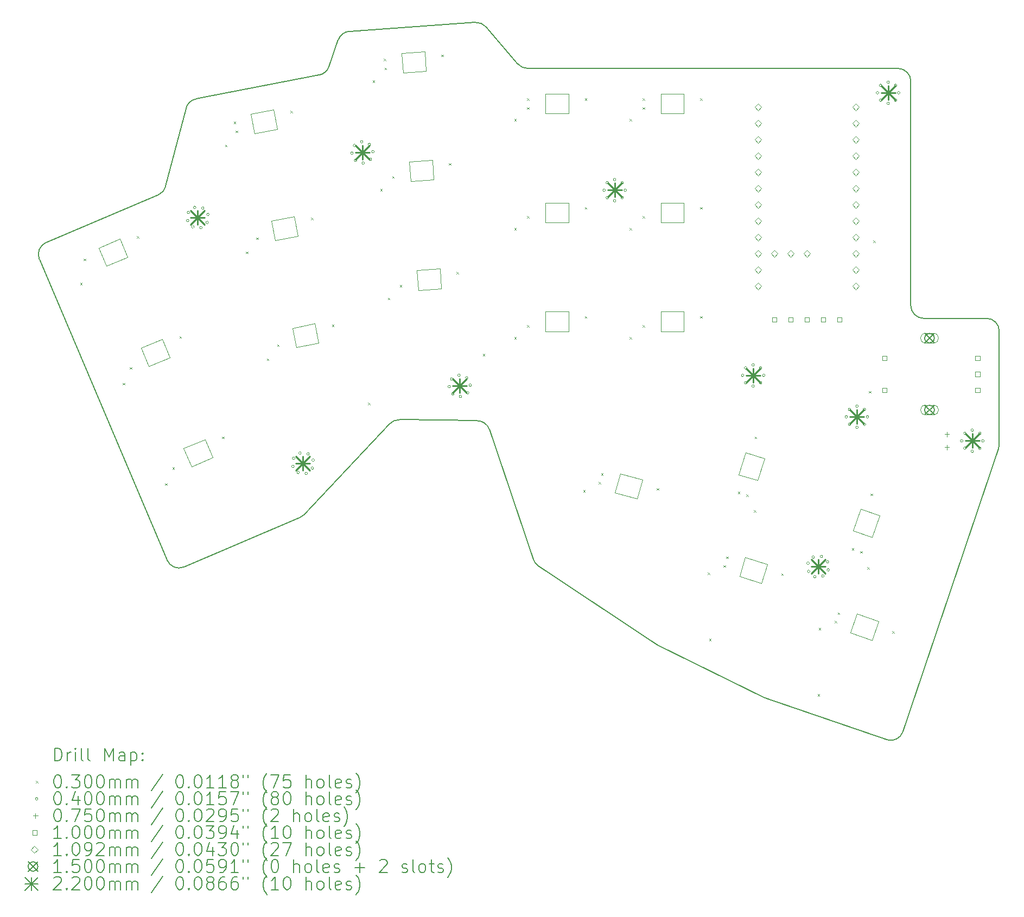
<source format=gbr>
%TF.GenerationSoftware,KiCad,Pcbnew,9.0.5*%
%TF.CreationDate,2025-11-08T17:12:59+10:00*%
%TF.ProjectId,badWingsLeft,62616457-696e-4677-934c-6566742e6b69,v1.0.0*%
%TF.SameCoordinates,Original*%
%TF.FileFunction,Drillmap*%
%TF.FilePolarity,Positive*%
%FSLAX45Y45*%
G04 Gerber Fmt 4.5, Leading zero omitted, Abs format (unit mm)*
G04 Created by KiCad (PCBNEW 9.0.5) date 2025-11-08 17:12:59*
%MOMM*%
%LPD*%
G01*
G04 APERTURE LIST*
%ADD10C,0.150000*%
%ADD11C,0.120000*%
%ADD12C,0.200000*%
%ADD13C,0.100000*%
%ADD14C,0.109220*%
%ADD15C,0.220000*%
G04 APERTURE END LIST*
D10*
X6932904Y-13826581D02*
G75*
G02*
X6817465Y-13960437I-193594J50252D01*
G01*
X9626175Y-11540110D02*
G75*
G02*
X9800838Y-11407116I188615J-66520D01*
G01*
X14607152Y-20983778D02*
G75*
G02*
X14584845Y-20970972I88398J179808D01*
G01*
X9800838Y-11407114D02*
X11764350Y-11269813D01*
X7216167Y-19766182D02*
G75*
G02*
X6953918Y-19660227I-78148J184102D01*
G01*
X5067145Y-14703405D02*
X6817466Y-13960439D01*
X18357471Y-11987246D02*
G75*
G02*
X18557474Y-12187246I-1J-200004D01*
G01*
X6953919Y-19660226D02*
X4961191Y-14965651D01*
X14584845Y-20970972D02*
X12750150Y-19754531D01*
X19937471Y-17854383D02*
G75*
G02*
X19926957Y-17918381I-199871J-27D01*
G01*
X9018625Y-19001085D02*
X7216167Y-19766182D01*
X16302018Y-21814982D02*
G75*
G02*
X16278919Y-21805373I65312J189562D01*
G01*
X4961191Y-14965651D02*
G75*
G02*
X5067144Y-14703404I184104J78145D01*
G01*
X6932904Y-13826581D02*
X7248579Y-12610299D01*
X16278919Y-21805373D02*
X14607152Y-20983778D01*
X19937471Y-16087246D02*
X19937471Y-17854383D01*
X18434685Y-22336549D02*
G75*
G02*
X18180087Y-22461655I-189485J63999D01*
G01*
X18757470Y-15887247D02*
G75*
G02*
X18557473Y-15687248I0J199997D01*
G01*
X12579261Y-11987246D02*
G75*
G02*
X12427618Y-11917652I-11J199986D01*
G01*
X9477906Y-11960532D02*
G75*
G02*
X9327452Y-12090337I-188606J66512D01*
G01*
X9085922Y-18954263D02*
G75*
G02*
X9018625Y-19001086I-145432J137253D01*
G01*
X11796160Y-17485315D02*
G75*
G02*
X11982837Y-17621091I-2740J-199985D01*
G01*
X9477906Y-11960532D02*
X9626175Y-11540110D01*
X18180087Y-22461653D02*
X16302018Y-21814982D01*
X18757470Y-15887247D02*
X19737471Y-15887247D01*
X19926955Y-17918381D02*
X18434685Y-22336549D01*
X7404004Y-12464220D02*
X9327452Y-12090338D01*
X10428963Y-17531345D02*
X9085922Y-18954263D01*
X11764350Y-11269813D02*
G75*
G02*
X11929943Y-11338922I13950J-199517D01*
G01*
X19737471Y-15887247D02*
G75*
G02*
X19937473Y-16087246I-1J-200003D01*
G01*
X7248579Y-12610299D02*
G75*
G02*
X7404004Y-12464219I193601J-50261D01*
G01*
X12579261Y-11987246D02*
X18357471Y-11987246D01*
X18557472Y-12187246D02*
X18557470Y-15687248D01*
X11929942Y-11338923D02*
X12427622Y-11917649D01*
X11796160Y-17485315D02*
X10577143Y-17468643D01*
X10428963Y-17531345D02*
G75*
G02*
X10577143Y-17468640I145448J-137275D01*
G01*
X12750150Y-19754531D02*
G75*
G02*
X12671255Y-19652046I110520J166691D01*
G01*
X12671255Y-19652046D02*
X11982837Y-17621091D01*
D11*
X8671253Y-12936083D02*
X8317867Y-13004775D01*
X8258715Y-12700473D01*
X8612102Y-12631781D01*
X8671253Y-12936083D01*
X13217471Y-14392246D02*
X12857471Y-14392247D01*
X12857471Y-14082248D01*
X13217471Y-14082248D01*
X13217471Y-14392246D01*
X6336755Y-14930370D02*
X6005374Y-15071034D01*
X5884246Y-14785679D01*
X6215627Y-14645014D01*
X6336755Y-14930370D01*
X14370864Y-18401155D02*
X14290630Y-18700590D01*
X13942897Y-18607415D01*
X14023131Y-18307980D01*
X14370864Y-18401155D01*
X16273651Y-18071717D02*
X16168397Y-18415986D01*
X15871943Y-18325351D01*
X15977198Y-17981081D01*
X16273651Y-18071717D01*
X8995629Y-14604851D02*
X8642243Y-14673543D01*
X8583092Y-14369241D01*
X8936478Y-14300549D01*
X8995629Y-14604851D01*
X18055523Y-20615519D02*
X17954597Y-20908629D01*
X17614210Y-20791424D01*
X17715136Y-20498314D01*
X18055523Y-20615519D01*
X11114495Y-13726128D02*
X10755372Y-13751240D01*
X10733747Y-13441996D01*
X11092870Y-13416884D01*
X11114495Y-13726128D01*
X16318148Y-19721829D02*
X16227513Y-20018283D01*
X15883243Y-19913028D01*
X15973879Y-19616575D01*
X16318148Y-19721829D01*
X9320003Y-16273616D02*
X8966617Y-16342308D01*
X8907465Y-16038006D01*
X9260852Y-15969314D01*
X9320003Y-16273616D01*
X7665242Y-18060087D02*
X7333861Y-18200752D01*
X7212734Y-17915396D01*
X7544115Y-17774731D01*
X7665242Y-18060087D01*
X11233080Y-15421988D02*
X10873958Y-15447100D01*
X10852333Y-15137857D01*
X11211456Y-15112744D01*
X11233080Y-15421988D01*
X15017470Y-12692247D02*
X14657470Y-12692247D01*
X14657470Y-12382248D01*
X15017470Y-12382248D01*
X15017470Y-12692247D01*
X13217471Y-16092247D02*
X12857471Y-16092247D01*
X12857471Y-15782248D01*
X13217471Y-15782248D01*
X13217471Y-16092247D01*
X15017472Y-14392245D02*
X14657472Y-14392245D01*
X14657472Y-14082246D01*
X15017472Y-14082246D01*
X15017472Y-14392245D01*
X15017472Y-16092246D02*
X14657472Y-16092246D01*
X14657472Y-15782247D01*
X15017472Y-15782247D01*
X15017472Y-16092246D01*
X10995909Y-12030269D02*
X10636786Y-12055381D01*
X10615161Y-11746137D01*
X10974284Y-11721025D01*
X10995909Y-12030269D01*
X13217471Y-12692246D02*
X12857472Y-12692246D01*
X12857472Y-12382247D01*
X13217471Y-12382247D01*
X13217471Y-12692246D01*
X18068643Y-18964859D02*
X17951438Y-19305245D01*
X17658328Y-19204319D01*
X17775533Y-18863933D01*
X18068643Y-18964859D01*
X7000998Y-16495229D02*
X6669617Y-16635894D01*
X6548490Y-16350538D01*
X6879871Y-16209873D01*
X7000998Y-16495229D01*
D12*
D13*
X5596810Y-15331730D02*
X5626810Y-15361730D01*
X5626810Y-15331730D02*
X5596810Y-15361730D01*
X5653922Y-14954419D02*
X5683922Y-14984419D01*
X5683922Y-14954419D02*
X5653922Y-14984419D01*
X6261053Y-16896588D02*
X6291053Y-16926588D01*
X6291053Y-16896588D02*
X6261053Y-16926588D01*
X6372868Y-16648148D02*
X6402868Y-16678148D01*
X6402868Y-16648148D02*
X6372868Y-16678148D01*
X6482376Y-14602761D02*
X6512376Y-14632761D01*
X6512376Y-14602761D02*
X6482376Y-14632761D01*
X6925295Y-18461446D02*
X6955295Y-18491446D01*
X6955295Y-18461446D02*
X6925295Y-18491446D01*
X7037111Y-18213006D02*
X7067111Y-18243006D01*
X7067111Y-18213006D02*
X7037111Y-18243006D01*
X7146622Y-16167619D02*
X7176622Y-16197619D01*
X7176622Y-16167619D02*
X7146622Y-16197619D01*
X7810863Y-17732477D02*
X7840863Y-17762477D01*
X7840863Y-17732477D02*
X7810863Y-17762477D01*
X7860582Y-13177620D02*
X7890582Y-13207620D01*
X7890582Y-13177620D02*
X7860582Y-13207620D01*
X7994896Y-12820429D02*
X8024896Y-12850429D01*
X8024896Y-12820429D02*
X7994896Y-12850429D01*
X8021609Y-12957857D02*
X8051609Y-12987857D01*
X8051609Y-12957857D02*
X8021609Y-12987857D01*
X8184957Y-14846387D02*
X8214957Y-14876387D01*
X8214957Y-14846387D02*
X8184957Y-14876387D01*
X8345985Y-14626624D02*
X8375985Y-14656624D01*
X8375985Y-14626624D02*
X8345985Y-14656624D01*
X8509333Y-16515153D02*
X8539333Y-16545153D01*
X8539333Y-16515153D02*
X8509333Y-16545153D01*
X8670359Y-16295389D02*
X8700359Y-16325389D01*
X8700359Y-16295389D02*
X8670359Y-16325389D01*
X8878360Y-12648701D02*
X8908360Y-12678701D01*
X8908360Y-12648701D02*
X8878360Y-12678701D01*
X9202736Y-14317468D02*
X9232736Y-14347468D01*
X9232736Y-14317468D02*
X9202736Y-14347468D01*
X9527110Y-15986234D02*
X9557110Y-16016234D01*
X9557110Y-15986234D02*
X9527110Y-16016234D01*
X10090236Y-17206197D02*
X10120236Y-17236197D01*
X10120236Y-17206197D02*
X10090236Y-17236197D01*
X10159906Y-12172925D02*
X10189906Y-12202925D01*
X10189906Y-12172925D02*
X10159906Y-12202925D01*
X10278492Y-13868783D02*
X10308492Y-13898783D01*
X10308492Y-13868783D02*
X10278492Y-13898783D01*
X10336748Y-11834764D02*
X10366748Y-11864764D01*
X10366748Y-11834764D02*
X10336748Y-11864764D01*
X10346514Y-11974423D02*
X10376514Y-12004423D01*
X10376514Y-11974423D02*
X10346514Y-12004423D01*
X10397079Y-15564642D02*
X10427079Y-15594642D01*
X10427079Y-15564642D02*
X10397079Y-15594642D01*
X10465099Y-13670284D02*
X10495099Y-13700284D01*
X10495099Y-13670284D02*
X10465099Y-13700284D01*
X10583686Y-15366141D02*
X10613686Y-15396141D01*
X10613686Y-15366141D02*
X10583686Y-15396141D01*
X11234556Y-11771984D02*
X11264556Y-11801984D01*
X11264556Y-11771984D02*
X11234556Y-11801984D01*
X11353143Y-13467842D02*
X11383143Y-13497842D01*
X11383143Y-13467842D02*
X11353143Y-13497842D01*
X11471727Y-15163702D02*
X11501727Y-15193702D01*
X11501727Y-15163702D02*
X11471727Y-15193702D01*
X11881980Y-16443202D02*
X11911980Y-16473202D01*
X11911980Y-16443202D02*
X11881980Y-16473202D01*
X12372470Y-14477248D02*
X12402470Y-14507248D01*
X12402470Y-14477248D02*
X12372470Y-14507248D01*
X12372471Y-16177248D02*
X12402471Y-16207248D01*
X12402471Y-16177248D02*
X12372471Y-16207248D01*
X12372471Y-12777247D02*
X12402471Y-12807247D01*
X12402471Y-12777247D02*
X12372471Y-12807247D01*
X12572471Y-12452247D02*
X12602471Y-12482247D01*
X12602471Y-12452247D02*
X12572471Y-12482247D01*
X12572471Y-14292247D02*
X12602471Y-14322247D01*
X12602471Y-14292247D02*
X12572471Y-14322247D01*
X12572471Y-12592248D02*
X12602471Y-12622248D01*
X12602471Y-12592248D02*
X12572471Y-12622248D01*
X12572472Y-15992247D02*
X12602472Y-16022247D01*
X12602472Y-15992247D02*
X12572472Y-16022247D01*
X13448030Y-18567362D02*
X13478030Y-18597362D01*
X13478030Y-18567362D02*
X13448030Y-18597362D01*
X13472471Y-15852246D02*
X13502471Y-15882246D01*
X13502471Y-15852246D02*
X13472471Y-15882246D01*
X13472472Y-14152246D02*
X13502472Y-14182246D01*
X13502472Y-14152246D02*
X13472472Y-14182246D01*
X13472472Y-12452246D02*
X13502472Y-12482246D01*
X13502472Y-12452246D02*
X13472472Y-12482246D01*
X13689096Y-18440430D02*
X13719096Y-18470430D01*
X13719096Y-18440430D02*
X13689096Y-18470430D01*
X13725333Y-18305201D02*
X13755333Y-18335201D01*
X13755333Y-18305201D02*
X13725333Y-18335201D01*
X14172470Y-12777246D02*
X14202470Y-12807246D01*
X14202470Y-12777246D02*
X14172470Y-12807246D01*
X14172471Y-14477247D02*
X14202471Y-14507247D01*
X14202471Y-14477247D02*
X14172471Y-14507247D01*
X14172473Y-16177246D02*
X14202473Y-16207246D01*
X14202473Y-16177246D02*
X14172473Y-16207246D01*
X14372470Y-12452245D02*
X14402470Y-12482245D01*
X14402470Y-12452245D02*
X14372470Y-12482245D01*
X14372470Y-14292248D02*
X14402470Y-14322248D01*
X14402470Y-14292248D02*
X14372470Y-14322248D01*
X14372471Y-15992246D02*
X14402471Y-16022246D01*
X14402471Y-15992246D02*
X14372471Y-16022246D01*
X14372472Y-12592248D02*
X14402472Y-12622248D01*
X14402472Y-12592248D02*
X14372472Y-12622248D01*
X14594664Y-18538138D02*
X14624664Y-18568138D01*
X14624664Y-18538138D02*
X14594664Y-18568138D01*
X15272470Y-15852246D02*
X15302470Y-15882246D01*
X15302470Y-15852246D02*
X15272470Y-15882246D01*
X15272471Y-12452247D02*
X15302471Y-12482247D01*
X15302471Y-12452247D02*
X15272471Y-12482247D01*
X15272471Y-14152246D02*
X15302471Y-14182246D01*
X15302471Y-14152246D02*
X15272471Y-14182246D01*
X15389544Y-19856245D02*
X15419544Y-19886245D01*
X15419544Y-19856245D02*
X15389544Y-19886245D01*
X15409037Y-20886983D02*
X15439037Y-20916983D01*
X15439037Y-20886983D02*
X15409037Y-20916983D01*
X15634894Y-19737802D02*
X15664894Y-19767802D01*
X15664894Y-19737802D02*
X15634894Y-19767802D01*
X15675826Y-19603922D02*
X15705826Y-19633922D01*
X15705826Y-19603922D02*
X15675826Y-19633922D01*
X15859289Y-18593406D02*
X15889289Y-18623406D01*
X15889289Y-18593406D02*
X15859289Y-18623406D01*
X15993172Y-18634339D02*
X16023172Y-18664339D01*
X16023172Y-18634339D02*
X15993172Y-18664339D01*
X16111612Y-18879687D02*
X16141612Y-18909687D01*
X16141612Y-18879687D02*
X16111612Y-18909687D01*
X16122422Y-17732731D02*
X16152422Y-17762731D01*
X16152422Y-17732731D02*
X16122422Y-17762731D01*
X16536501Y-19867056D02*
X16566501Y-19897056D01*
X16566501Y-19867056D02*
X16536501Y-19897056D01*
X17105770Y-21748751D02*
X17135770Y-21778751D01*
X17135770Y-21748751D02*
X17105770Y-21778751D01*
X17122261Y-20717962D02*
X17152261Y-20747962D01*
X17152261Y-20717962D02*
X17122261Y-20747962D01*
X17371595Y-20608154D02*
X17401595Y-20638154D01*
X17401595Y-20608154D02*
X17371595Y-20638154D01*
X17417175Y-20475779D02*
X17447175Y-20505779D01*
X17447175Y-20475779D02*
X17417175Y-20505779D01*
X17635791Y-19472283D02*
X17665791Y-19502283D01*
X17665791Y-19472283D02*
X17635791Y-19502283D01*
X17768165Y-19517863D02*
X17798165Y-19547863D01*
X17798165Y-19517863D02*
X17768165Y-19547863D01*
X17877971Y-19767197D02*
X17907971Y-19797197D01*
X17907971Y-19767197D02*
X17877971Y-19797197D01*
X17902471Y-17022246D02*
X17932471Y-17052246D01*
X17932471Y-17022246D02*
X17902471Y-17052246D01*
X17928803Y-18621318D02*
X17958803Y-18651318D01*
X17958803Y-18621318D02*
X17928803Y-18651318D01*
X17972472Y-14672247D02*
X18002472Y-14702247D01*
X18002472Y-14672247D02*
X17972472Y-14702247D01*
X18268142Y-20768793D02*
X18298142Y-20798793D01*
X18298142Y-20768793D02*
X18268142Y-20798793D01*
X7295338Y-14361926D02*
G75*
G02*
X7255338Y-14361926I-20000J0D01*
G01*
X7255338Y-14361926D02*
G75*
G02*
X7295338Y-14361926I20000J0D01*
G01*
X7307442Y-14236222D02*
G75*
G02*
X7267442Y-14236222I-20000J0D01*
G01*
X7267442Y-14236222D02*
G75*
G02*
X7307442Y-14236222I20000J0D01*
G01*
X7375665Y-14459371D02*
G75*
G02*
X7335665Y-14459371I-20000J0D01*
G01*
X7335665Y-14459371D02*
G75*
G02*
X7375665Y-14459371I20000J0D01*
G01*
X7404887Y-14155895D02*
G75*
G02*
X7364887Y-14155895I-20000J0D01*
G01*
X7364887Y-14155895D02*
G75*
G02*
X7404887Y-14155895I20000J0D01*
G01*
X7501370Y-14471475D02*
G75*
G02*
X7461370Y-14471475I-20000J0D01*
G01*
X7461370Y-14471475D02*
G75*
G02*
X7501370Y-14471475I20000J0D01*
G01*
X7530591Y-14167999D02*
G75*
G02*
X7490591Y-14167999I-20000J0D01*
G01*
X7490591Y-14167999D02*
G75*
G02*
X7530591Y-14167999I20000J0D01*
G01*
X7598815Y-14391148D02*
G75*
G02*
X7558815Y-14391148I-20000J0D01*
G01*
X7558815Y-14391148D02*
G75*
G02*
X7598815Y-14391148I20000J0D01*
G01*
X7610918Y-14265444D02*
G75*
G02*
X7570918Y-14265444I-20000J0D01*
G01*
X7570918Y-14265444D02*
G75*
G02*
X7610918Y-14265444I20000J0D01*
G01*
X8937957Y-18195557D02*
G75*
G02*
X8897957Y-18195557I-20000J0D01*
G01*
X8897957Y-18195557D02*
G75*
G02*
X8937957Y-18195557I20000J0D01*
G01*
X8950061Y-18069853D02*
G75*
G02*
X8910061Y-18069853I-20000J0D01*
G01*
X8910061Y-18069853D02*
G75*
G02*
X8950061Y-18069853I20000J0D01*
G01*
X9018284Y-18293002D02*
G75*
G02*
X8978284Y-18293002I-20000J0D01*
G01*
X8978284Y-18293002D02*
G75*
G02*
X9018284Y-18293002I20000J0D01*
G01*
X9047506Y-17989525D02*
G75*
G02*
X9007506Y-17989525I-20000J0D01*
G01*
X9007506Y-17989525D02*
G75*
G02*
X9047506Y-17989525I20000J0D01*
G01*
X9143988Y-18305106D02*
G75*
G02*
X9103988Y-18305106I-20000J0D01*
G01*
X9103988Y-18305106D02*
G75*
G02*
X9143988Y-18305106I20000J0D01*
G01*
X9173210Y-18001629D02*
G75*
G02*
X9133210Y-18001629I-20000J0D01*
G01*
X9133210Y-18001629D02*
G75*
G02*
X9173210Y-18001629I20000J0D01*
G01*
X9241433Y-18224778D02*
G75*
G02*
X9201433Y-18224778I-20000J0D01*
G01*
X9201433Y-18224778D02*
G75*
G02*
X9241433Y-18224778I20000J0D01*
G01*
X9253537Y-18099074D02*
G75*
G02*
X9213537Y-18099074I-20000J0D01*
G01*
X9213537Y-18099074D02*
G75*
G02*
X9253537Y-18099074I20000J0D01*
G01*
X9857299Y-13309206D02*
G75*
G02*
X9817299Y-13309206I-20000J0D01*
G01*
X9817299Y-13309206D02*
G75*
G02*
X9857299Y-13309206I20000J0D01*
G01*
X9897370Y-13189446D02*
G75*
G02*
X9857370Y-13189446I-20000J0D01*
G01*
X9857370Y-13189446D02*
G75*
G02*
X9897370Y-13189446I20000J0D01*
G01*
X9913647Y-13422223D02*
G75*
G02*
X9873647Y-13422223I-20000J0D01*
G01*
X9873647Y-13422223D02*
G75*
G02*
X9913647Y-13422223I20000J0D01*
G01*
X10010387Y-13133098D02*
G75*
G02*
X9970387Y-13133098I-20000J0D01*
G01*
X9970387Y-13133098D02*
G75*
G02*
X10010387Y-13133098I20000J0D01*
G01*
X10033407Y-13462294D02*
G75*
G02*
X9993407Y-13462294I-20000J0D01*
G01*
X9993407Y-13462294D02*
G75*
G02*
X10033407Y-13462294I20000J0D01*
G01*
X10130147Y-13173169D02*
G75*
G02*
X10090147Y-13173169I-20000J0D01*
G01*
X10090147Y-13173169D02*
G75*
G02*
X10130147Y-13173169I20000J0D01*
G01*
X10146424Y-13405946D02*
G75*
G02*
X10106424Y-13405946I-20000J0D01*
G01*
X10106424Y-13405946D02*
G75*
G02*
X10146424Y-13405946I20000J0D01*
G01*
X10186495Y-13286186D02*
G75*
G02*
X10146495Y-13286186I-20000J0D01*
G01*
X10146495Y-13286186D02*
G75*
G02*
X10186495Y-13286186I20000J0D01*
G01*
X11375119Y-16952202D02*
G75*
G02*
X11335119Y-16952202I-20000J0D01*
G01*
X11335119Y-16952202D02*
G75*
G02*
X11375119Y-16952202I20000J0D01*
G01*
X11415190Y-16832442D02*
G75*
G02*
X11375190Y-16832442I-20000J0D01*
G01*
X11375190Y-16832442D02*
G75*
G02*
X11415190Y-16832442I20000J0D01*
G01*
X11431467Y-17065219D02*
G75*
G02*
X11391467Y-17065219I-20000J0D01*
G01*
X11391467Y-17065219D02*
G75*
G02*
X11431467Y-17065219I20000J0D01*
G01*
X11528207Y-16776094D02*
G75*
G02*
X11488207Y-16776094I-20000J0D01*
G01*
X11488207Y-16776094D02*
G75*
G02*
X11528207Y-16776094I20000J0D01*
G01*
X11551227Y-17105290D02*
G75*
G02*
X11511227Y-17105290I-20000J0D01*
G01*
X11511227Y-17105290D02*
G75*
G02*
X11551227Y-17105290I20000J0D01*
G01*
X11647967Y-16816165D02*
G75*
G02*
X11607967Y-16816165I-20000J0D01*
G01*
X11607967Y-16816165D02*
G75*
G02*
X11647967Y-16816165I20000J0D01*
G01*
X11664244Y-17048942D02*
G75*
G02*
X11624244Y-17048942I-20000J0D01*
G01*
X11624244Y-17048942D02*
G75*
G02*
X11664244Y-17048942I20000J0D01*
G01*
X11704315Y-16929182D02*
G75*
G02*
X11664315Y-16929182I-20000J0D01*
G01*
X11664315Y-16929182D02*
G75*
G02*
X11704315Y-16929182I20000J0D01*
G01*
X13792472Y-13887247D02*
G75*
G02*
X13752472Y-13887247I-20000J0D01*
G01*
X13752472Y-13887247D02*
G75*
G02*
X13792472Y-13887247I20000J0D01*
G01*
X13840800Y-13770574D02*
G75*
G02*
X13800800Y-13770574I-20000J0D01*
G01*
X13800800Y-13770574D02*
G75*
G02*
X13840800Y-13770574I20000J0D01*
G01*
X13840800Y-14003920D02*
G75*
G02*
X13800800Y-14003920I-20000J0D01*
G01*
X13800800Y-14003920D02*
G75*
G02*
X13840800Y-14003920I20000J0D01*
G01*
X13957472Y-13722247D02*
G75*
G02*
X13917472Y-13722247I-20000J0D01*
G01*
X13917472Y-13722247D02*
G75*
G02*
X13957472Y-13722247I20000J0D01*
G01*
X13957472Y-14052247D02*
G75*
G02*
X13917472Y-14052247I-20000J0D01*
G01*
X13917472Y-14052247D02*
G75*
G02*
X13957472Y-14052247I20000J0D01*
G01*
X14074145Y-13770574D02*
G75*
G02*
X14034145Y-13770574I-20000J0D01*
G01*
X14034145Y-13770574D02*
G75*
G02*
X14074145Y-13770574I20000J0D01*
G01*
X14074145Y-14003920D02*
G75*
G02*
X14034145Y-14003920I-20000J0D01*
G01*
X14034145Y-14003920D02*
G75*
G02*
X14074145Y-14003920I20000J0D01*
G01*
X14122472Y-13887247D02*
G75*
G02*
X14082472Y-13887247I-20000J0D01*
G01*
X14082472Y-13887247D02*
G75*
G02*
X14122472Y-13887247I20000J0D01*
G01*
X15952470Y-16777247D02*
G75*
G02*
X15912470Y-16777247I-20000J0D01*
G01*
X15912470Y-16777247D02*
G75*
G02*
X15952470Y-16777247I20000J0D01*
G01*
X16000798Y-16660574D02*
G75*
G02*
X15960798Y-16660574I-20000J0D01*
G01*
X15960798Y-16660574D02*
G75*
G02*
X16000798Y-16660574I20000J0D01*
G01*
X16000798Y-16893919D02*
G75*
G02*
X15960798Y-16893919I-20000J0D01*
G01*
X15960798Y-16893919D02*
G75*
G02*
X16000798Y-16893919I20000J0D01*
G01*
X16117470Y-16612247D02*
G75*
G02*
X16077470Y-16612247I-20000J0D01*
G01*
X16077470Y-16612247D02*
G75*
G02*
X16117470Y-16612247I20000J0D01*
G01*
X16117470Y-16942247D02*
G75*
G02*
X16077470Y-16942247I-20000J0D01*
G01*
X16077470Y-16942247D02*
G75*
G02*
X16117470Y-16942247I20000J0D01*
G01*
X16234143Y-16660574D02*
G75*
G02*
X16194143Y-16660574I-20000J0D01*
G01*
X16194143Y-16660574D02*
G75*
G02*
X16234143Y-16660574I20000J0D01*
G01*
X16234143Y-16893919D02*
G75*
G02*
X16194143Y-16893919I-20000J0D01*
G01*
X16194143Y-16893919D02*
G75*
G02*
X16234143Y-16893919I20000J0D01*
G01*
X16282470Y-16777247D02*
G75*
G02*
X16242470Y-16777247I-20000J0D01*
G01*
X16242470Y-16777247D02*
G75*
G02*
X16282470Y-16777247I20000J0D01*
G01*
X16974593Y-19709488D02*
G75*
G02*
X16934593Y-19709488I-20000J0D01*
G01*
X16934593Y-19709488D02*
G75*
G02*
X16974593Y-19709488I20000J0D01*
G01*
X16984501Y-19835384D02*
G75*
G02*
X16944501Y-19835384I-20000J0D01*
G01*
X16944501Y-19835384D02*
G75*
G02*
X16984501Y-19835384I20000J0D01*
G01*
X17056609Y-19613460D02*
G75*
G02*
X17016609Y-19613460I-20000J0D01*
G01*
X17016609Y-19613460D02*
G75*
G02*
X17056609Y-19613460I20000J0D01*
G01*
X17080530Y-19917400D02*
G75*
G02*
X17040530Y-19917400I-20000J0D01*
G01*
X17040530Y-19917400D02*
G75*
G02*
X17080530Y-19917400I20000J0D01*
G01*
X17182505Y-19603551D02*
G75*
G02*
X17142505Y-19603551I-20000J0D01*
G01*
X17142505Y-19603551D02*
G75*
G02*
X17182505Y-19603551I20000J0D01*
G01*
X17206426Y-19907492D02*
G75*
G02*
X17166426Y-19907492I-20000J0D01*
G01*
X17166426Y-19907492D02*
G75*
G02*
X17206426Y-19907492I20000J0D01*
G01*
X17278534Y-19685567D02*
G75*
G02*
X17238534Y-19685567I-20000J0D01*
G01*
X17238534Y-19685567D02*
G75*
G02*
X17278534Y-19685567I20000J0D01*
G01*
X17288442Y-19811464D02*
G75*
G02*
X17248442Y-19811464I-20000J0D01*
G01*
X17248442Y-19811464D02*
G75*
G02*
X17288442Y-19811464I20000J0D01*
G01*
X17572469Y-17423247D02*
G75*
G02*
X17532469Y-17423247I-20000J0D01*
G01*
X17532469Y-17423247D02*
G75*
G02*
X17572469Y-17423247I20000J0D01*
G01*
X17620797Y-17306574D02*
G75*
G02*
X17580797Y-17306574I-20000J0D01*
G01*
X17580797Y-17306574D02*
G75*
G02*
X17620797Y-17306574I20000J0D01*
G01*
X17620797Y-17539920D02*
G75*
G02*
X17580797Y-17539920I-20000J0D01*
G01*
X17580797Y-17539920D02*
G75*
G02*
X17620797Y-17539920I20000J0D01*
G01*
X17737469Y-17258247D02*
G75*
G02*
X17697469Y-17258247I-20000J0D01*
G01*
X17697469Y-17258247D02*
G75*
G02*
X17737469Y-17258247I20000J0D01*
G01*
X17737469Y-17588247D02*
G75*
G02*
X17697469Y-17588247I-20000J0D01*
G01*
X17697469Y-17588247D02*
G75*
G02*
X17737469Y-17588247I20000J0D01*
G01*
X17854142Y-17306574D02*
G75*
G02*
X17814142Y-17306574I-20000J0D01*
G01*
X17814142Y-17306574D02*
G75*
G02*
X17854142Y-17306574I20000J0D01*
G01*
X17854142Y-17539920D02*
G75*
G02*
X17814142Y-17539920I-20000J0D01*
G01*
X17814142Y-17539920D02*
G75*
G02*
X17854142Y-17539920I20000J0D01*
G01*
X17902469Y-17423247D02*
G75*
G02*
X17862469Y-17423247I-20000J0D01*
G01*
X17862469Y-17423247D02*
G75*
G02*
X17902469Y-17423247I20000J0D01*
G01*
X18058471Y-12367247D02*
G75*
G02*
X18018471Y-12367247I-20000J0D01*
G01*
X18018471Y-12367247D02*
G75*
G02*
X18058471Y-12367247I20000J0D01*
G01*
X18106798Y-12250574D02*
G75*
G02*
X18066798Y-12250574I-20000J0D01*
G01*
X18066798Y-12250574D02*
G75*
G02*
X18106798Y-12250574I20000J0D01*
G01*
X18106798Y-12483919D02*
G75*
G02*
X18066798Y-12483919I-20000J0D01*
G01*
X18066798Y-12483919D02*
G75*
G02*
X18106798Y-12483919I20000J0D01*
G01*
X18223471Y-12202247D02*
G75*
G02*
X18183471Y-12202247I-20000J0D01*
G01*
X18183471Y-12202247D02*
G75*
G02*
X18223471Y-12202247I20000J0D01*
G01*
X18223471Y-12532247D02*
G75*
G02*
X18183471Y-12532247I-20000J0D01*
G01*
X18183471Y-12532247D02*
G75*
G02*
X18223471Y-12532247I20000J0D01*
G01*
X18340144Y-12250574D02*
G75*
G02*
X18300144Y-12250574I-20000J0D01*
G01*
X18300144Y-12250574D02*
G75*
G02*
X18340144Y-12250574I20000J0D01*
G01*
X18340144Y-12483919D02*
G75*
G02*
X18300144Y-12483919I-20000J0D01*
G01*
X18300144Y-12483919D02*
G75*
G02*
X18340144Y-12483919I20000J0D01*
G01*
X18388471Y-12367247D02*
G75*
G02*
X18348471Y-12367247I-20000J0D01*
G01*
X18348471Y-12367247D02*
G75*
G02*
X18388471Y-12367247I20000J0D01*
G01*
X19372471Y-17797246D02*
G75*
G02*
X19332471Y-17797246I-20000J0D01*
G01*
X19332471Y-17797246D02*
G75*
G02*
X19372471Y-17797246I20000J0D01*
G01*
X19420799Y-17680574D02*
G75*
G02*
X19380799Y-17680574I-20000J0D01*
G01*
X19380799Y-17680574D02*
G75*
G02*
X19420799Y-17680574I20000J0D01*
G01*
X19420799Y-17913919D02*
G75*
G02*
X19380799Y-17913919I-20000J0D01*
G01*
X19380799Y-17913919D02*
G75*
G02*
X19420799Y-17913919I20000J0D01*
G01*
X19537471Y-17632246D02*
G75*
G02*
X19497471Y-17632246I-20000J0D01*
G01*
X19497471Y-17632246D02*
G75*
G02*
X19537471Y-17632246I20000J0D01*
G01*
X19537471Y-17962246D02*
G75*
G02*
X19497471Y-17962246I-20000J0D01*
G01*
X19497471Y-17962246D02*
G75*
G02*
X19537471Y-17962246I20000J0D01*
G01*
X19654144Y-17680574D02*
G75*
G02*
X19614144Y-17680574I-20000J0D01*
G01*
X19614144Y-17680574D02*
G75*
G02*
X19654144Y-17680574I20000J0D01*
G01*
X19654144Y-17913919D02*
G75*
G02*
X19614144Y-17913919I-20000J0D01*
G01*
X19614144Y-17913919D02*
G75*
G02*
X19654144Y-17913919I20000J0D01*
G01*
X19702471Y-17797246D02*
G75*
G02*
X19662471Y-17797246I-20000J0D01*
G01*
X19662471Y-17797246D02*
G75*
G02*
X19702471Y-17797246I20000J0D01*
G01*
X19121471Y-17659747D02*
X19121471Y-17734747D01*
X19083971Y-17697247D02*
X19158971Y-17697247D01*
X19121472Y-17859747D02*
X19121472Y-17934747D01*
X19083972Y-17897247D02*
X19158972Y-17897247D01*
X16464827Y-15942603D02*
X16464827Y-15871892D01*
X16394116Y-15871892D01*
X16394116Y-15942603D01*
X16464827Y-15942603D01*
X16718826Y-15942603D02*
X16718826Y-15871892D01*
X16648115Y-15871892D01*
X16648115Y-15942603D01*
X16718826Y-15942603D01*
X16972827Y-15942603D02*
X16972827Y-15871892D01*
X16902115Y-15871892D01*
X16902115Y-15942603D01*
X16972827Y-15942603D01*
X17226827Y-15942603D02*
X17226827Y-15871892D01*
X17156115Y-15871892D01*
X17156115Y-15942603D01*
X17226827Y-15942603D01*
X17480826Y-15942603D02*
X17480826Y-15871891D01*
X17410115Y-15871891D01*
X17410115Y-15942603D01*
X17480826Y-15942603D01*
X18184827Y-16541603D02*
X18184827Y-16470892D01*
X18114115Y-16470892D01*
X18114115Y-16541603D01*
X18184827Y-16541603D01*
X18184827Y-17041604D02*
X18184827Y-16970892D01*
X18114116Y-16970892D01*
X18114116Y-17041604D01*
X18184827Y-17041604D01*
X19634827Y-16541603D02*
X19634827Y-16470892D01*
X19564115Y-16470892D01*
X19564115Y-16541603D01*
X19634827Y-16541603D01*
X19634827Y-16791603D02*
X19634827Y-16720892D01*
X19564115Y-16720892D01*
X19564115Y-16791603D01*
X19634827Y-16791603D01*
X19634827Y-17041603D02*
X19634827Y-16970892D01*
X19564115Y-16970892D01*
X19564115Y-17041603D01*
X19634827Y-17041603D01*
D14*
X16175470Y-12644857D02*
X16230080Y-12590247D01*
X16175470Y-12535637D01*
X16120860Y-12590247D01*
X16175470Y-12644857D01*
X16175470Y-13660857D02*
X16230080Y-13606247D01*
X16175470Y-13551637D01*
X16120860Y-13606247D01*
X16175470Y-13660857D01*
X16175470Y-14422857D02*
X16230080Y-14368247D01*
X16175470Y-14313637D01*
X16120860Y-14368247D01*
X16175470Y-14422857D01*
X16175471Y-12898857D02*
X16230081Y-12844247D01*
X16175471Y-12789637D01*
X16120861Y-12844247D01*
X16175471Y-12898857D01*
X16175471Y-13406857D02*
X16230081Y-13352247D01*
X16175471Y-13297637D01*
X16120861Y-13352247D01*
X16175471Y-13406857D01*
X16175471Y-15184857D02*
X16230081Y-15130247D01*
X16175471Y-15075637D01*
X16120861Y-15130247D01*
X16175471Y-15184857D01*
X16175471Y-13152857D02*
X16230081Y-13098247D01*
X16175471Y-13043637D01*
X16120861Y-13098247D01*
X16175471Y-13152857D01*
X16175471Y-14676857D02*
X16230081Y-14622247D01*
X16175471Y-14567637D01*
X16120861Y-14622247D01*
X16175471Y-14676857D01*
X16175471Y-14930857D02*
X16230081Y-14876247D01*
X16175471Y-14821637D01*
X16120861Y-14876247D01*
X16175471Y-14930857D01*
X16175471Y-14168857D02*
X16230081Y-14114247D01*
X16175471Y-14059637D01*
X16120861Y-14114247D01*
X16175471Y-14168857D01*
X16175471Y-13914857D02*
X16230081Y-13860247D01*
X16175471Y-13805637D01*
X16120861Y-13860247D01*
X16175471Y-13914857D01*
X16175471Y-15438857D02*
X16230081Y-15384247D01*
X16175471Y-15329637D01*
X16120861Y-15384247D01*
X16175471Y-15438857D01*
X16429471Y-14930857D02*
X16484081Y-14876247D01*
X16429471Y-14821637D01*
X16374861Y-14876247D01*
X16429471Y-14930857D01*
X16683471Y-14930857D02*
X16738081Y-14876247D01*
X16683471Y-14821637D01*
X16628861Y-14876247D01*
X16683471Y-14930857D01*
X16937471Y-14930857D02*
X16992081Y-14876247D01*
X16937471Y-14821637D01*
X16882861Y-14876247D01*
X16937471Y-14930857D01*
X17699470Y-12644857D02*
X17754080Y-12590247D01*
X17699470Y-12535637D01*
X17644860Y-12590247D01*
X17699470Y-12644857D01*
X17699471Y-14168857D02*
X17754081Y-14114247D01*
X17699471Y-14059637D01*
X17644861Y-14114247D01*
X17699471Y-14168857D01*
X17699471Y-13914857D02*
X17754081Y-13860247D01*
X17699471Y-13805637D01*
X17644861Y-13860247D01*
X17699471Y-13914857D01*
X17699471Y-13152857D02*
X17754081Y-13098247D01*
X17699471Y-13043637D01*
X17644861Y-13098247D01*
X17699471Y-13152857D01*
X17699471Y-13406857D02*
X17754081Y-13352247D01*
X17699471Y-13297637D01*
X17644861Y-13352247D01*
X17699471Y-13406857D01*
X17699471Y-14930857D02*
X17754081Y-14876247D01*
X17699471Y-14821637D01*
X17644861Y-14876247D01*
X17699471Y-14930857D01*
X17699471Y-12898857D02*
X17754081Y-12844247D01*
X17699471Y-12789637D01*
X17644861Y-12844247D01*
X17699471Y-12898857D01*
X17699471Y-14676857D02*
X17754081Y-14622247D01*
X17699471Y-14567637D01*
X17644861Y-14622247D01*
X17699471Y-14676857D01*
X17699471Y-15184857D02*
X17754081Y-15130247D01*
X17699471Y-15075637D01*
X17644861Y-15130247D01*
X17699471Y-15184857D01*
X17699471Y-13660857D02*
X17754081Y-13606247D01*
X17699471Y-13551637D01*
X17644861Y-13606247D01*
X17699471Y-13660857D01*
X17699471Y-14422857D02*
X17754081Y-14368247D01*
X17699471Y-14313637D01*
X17644861Y-14368247D01*
X17699471Y-14422857D01*
X17699472Y-15438856D02*
X17754082Y-15384246D01*
X17699472Y-15329636D01*
X17644862Y-15384246D01*
X17699472Y-15438856D01*
D10*
X18774471Y-17241248D02*
X18924471Y-17391248D01*
X18924471Y-17241248D02*
X18774471Y-17391248D01*
X18924471Y-17316248D02*
G75*
G02*
X18774471Y-17316248I-75000J0D01*
G01*
X18774471Y-17316248D02*
G75*
G02*
X18924471Y-17316248I75000J0D01*
G01*
D13*
X18914471Y-17241248D02*
X18784471Y-17241248D01*
X18784471Y-17391248D02*
G75*
G02*
X18784471Y-17241248I0J75000D01*
G01*
X18784471Y-17391248D02*
X18914471Y-17391248D01*
X18914471Y-17391248D02*
G75*
G03*
X18914471Y-17241248I0J75000D01*
G01*
D10*
X18774471Y-16121247D02*
X18924471Y-16271247D01*
X18924471Y-16121247D02*
X18774471Y-16271247D01*
X18924471Y-16196247D02*
G75*
G02*
X18774471Y-16196247I-75000J0D01*
G01*
X18774471Y-16196247D02*
G75*
G02*
X18924471Y-16196247I75000J0D01*
G01*
D13*
X18914471Y-16121247D02*
X18784471Y-16121247D01*
X18784471Y-16271247D02*
G75*
G02*
X18784471Y-16121247I0J75000D01*
G01*
X18784471Y-16271247D02*
X18914471Y-16271247D01*
X18914471Y-16271247D02*
G75*
G03*
X18914471Y-16121247I0J75000D01*
G01*
D15*
X7323128Y-14203685D02*
X7543128Y-14423685D01*
X7543128Y-14203685D02*
X7323128Y-14423685D01*
X7433128Y-14203685D02*
X7433128Y-14423685D01*
X7323128Y-14313685D02*
X7543128Y-14313685D01*
X8965747Y-18037315D02*
X9185747Y-18257315D01*
X9185747Y-18037315D02*
X8965747Y-18257315D01*
X9075747Y-18037315D02*
X9075747Y-18257315D01*
X8965747Y-18147315D02*
X9185747Y-18147315D01*
X9891897Y-13187696D02*
X10111897Y-13407696D01*
X10111897Y-13187696D02*
X9891897Y-13407696D01*
X10001897Y-13187696D02*
X10001897Y-13407696D01*
X9891897Y-13297696D02*
X10111897Y-13297696D01*
X11409717Y-16830692D02*
X11629717Y-17050692D01*
X11629717Y-16830692D02*
X11409717Y-17050692D01*
X11519717Y-16830692D02*
X11519717Y-17050692D01*
X11409717Y-16940692D02*
X11629717Y-16940692D01*
X13827472Y-13777247D02*
X14047472Y-13997247D01*
X14047472Y-13777247D02*
X13827472Y-13997247D01*
X13937472Y-13777247D02*
X13937472Y-13997247D01*
X13827472Y-13887247D02*
X14047472Y-13887247D01*
X15987470Y-16667247D02*
X16207470Y-16887247D01*
X16207470Y-16667247D02*
X15987470Y-16887247D01*
X16097470Y-16667247D02*
X16097470Y-16887247D01*
X15987470Y-16777247D02*
X16207470Y-16777247D01*
X17001517Y-19650476D02*
X17221517Y-19870476D01*
X17221517Y-19650476D02*
X17001517Y-19870476D01*
X17111517Y-19650476D02*
X17111517Y-19870476D01*
X17001517Y-19760476D02*
X17221517Y-19760476D01*
X17607469Y-17313247D02*
X17827469Y-17533247D01*
X17827469Y-17313247D02*
X17607469Y-17533247D01*
X17717469Y-17313247D02*
X17717469Y-17533247D01*
X17607469Y-17423247D02*
X17827469Y-17423247D01*
X18093471Y-12257247D02*
X18313471Y-12477247D01*
X18313471Y-12257247D02*
X18093471Y-12477247D01*
X18203471Y-12257247D02*
X18203471Y-12477247D01*
X18093471Y-12367247D02*
X18313471Y-12367247D01*
X19407471Y-17687246D02*
X19627471Y-17907246D01*
X19627471Y-17687246D02*
X19407471Y-17907246D01*
X19517471Y-17687246D02*
X19517471Y-17907246D01*
X19407471Y-17797246D02*
X19627471Y-17797246D01*
D12*
X5198569Y-22791535D02*
X5198569Y-22591535D01*
X5198569Y-22591535D02*
X5246188Y-22591535D01*
X5246188Y-22591535D02*
X5274760Y-22601059D01*
X5274760Y-22601059D02*
X5293807Y-22620106D01*
X5293807Y-22620106D02*
X5303331Y-22639154D01*
X5303331Y-22639154D02*
X5312855Y-22677249D01*
X5312855Y-22677249D02*
X5312855Y-22705821D01*
X5312855Y-22705821D02*
X5303331Y-22743916D01*
X5303331Y-22743916D02*
X5293807Y-22762963D01*
X5293807Y-22762963D02*
X5274760Y-22782011D01*
X5274760Y-22782011D02*
X5246188Y-22791535D01*
X5246188Y-22791535D02*
X5198569Y-22791535D01*
X5398569Y-22791535D02*
X5398569Y-22658202D01*
X5398569Y-22696297D02*
X5408093Y-22677249D01*
X5408093Y-22677249D02*
X5417617Y-22667725D01*
X5417617Y-22667725D02*
X5436665Y-22658202D01*
X5436665Y-22658202D02*
X5455712Y-22658202D01*
X5522379Y-22791535D02*
X5522379Y-22658202D01*
X5522379Y-22591535D02*
X5512855Y-22601059D01*
X5512855Y-22601059D02*
X5522379Y-22610583D01*
X5522379Y-22610583D02*
X5531903Y-22601059D01*
X5531903Y-22601059D02*
X5522379Y-22591535D01*
X5522379Y-22591535D02*
X5522379Y-22610583D01*
X5646188Y-22791535D02*
X5627141Y-22782011D01*
X5627141Y-22782011D02*
X5617617Y-22762963D01*
X5617617Y-22762963D02*
X5617617Y-22591535D01*
X5750950Y-22791535D02*
X5731903Y-22782011D01*
X5731903Y-22782011D02*
X5722379Y-22762963D01*
X5722379Y-22762963D02*
X5722379Y-22591535D01*
X5979522Y-22791535D02*
X5979522Y-22591535D01*
X5979522Y-22591535D02*
X6046188Y-22734392D01*
X6046188Y-22734392D02*
X6112855Y-22591535D01*
X6112855Y-22591535D02*
X6112855Y-22791535D01*
X6293807Y-22791535D02*
X6293807Y-22686773D01*
X6293807Y-22686773D02*
X6284284Y-22667725D01*
X6284284Y-22667725D02*
X6265236Y-22658202D01*
X6265236Y-22658202D02*
X6227141Y-22658202D01*
X6227141Y-22658202D02*
X6208093Y-22667725D01*
X6293807Y-22782011D02*
X6274760Y-22791535D01*
X6274760Y-22791535D02*
X6227141Y-22791535D01*
X6227141Y-22791535D02*
X6208093Y-22782011D01*
X6208093Y-22782011D02*
X6198569Y-22762963D01*
X6198569Y-22762963D02*
X6198569Y-22743916D01*
X6198569Y-22743916D02*
X6208093Y-22724868D01*
X6208093Y-22724868D02*
X6227141Y-22715344D01*
X6227141Y-22715344D02*
X6274760Y-22715344D01*
X6274760Y-22715344D02*
X6293807Y-22705821D01*
X6389045Y-22658202D02*
X6389045Y-22858202D01*
X6389045Y-22667725D02*
X6408093Y-22658202D01*
X6408093Y-22658202D02*
X6446188Y-22658202D01*
X6446188Y-22658202D02*
X6465236Y-22667725D01*
X6465236Y-22667725D02*
X6474760Y-22677249D01*
X6474760Y-22677249D02*
X6484284Y-22696297D01*
X6484284Y-22696297D02*
X6484284Y-22753440D01*
X6484284Y-22753440D02*
X6474760Y-22772487D01*
X6474760Y-22772487D02*
X6465236Y-22782011D01*
X6465236Y-22782011D02*
X6446188Y-22791535D01*
X6446188Y-22791535D02*
X6408093Y-22791535D01*
X6408093Y-22791535D02*
X6389045Y-22782011D01*
X6569998Y-22772487D02*
X6579522Y-22782011D01*
X6579522Y-22782011D02*
X6569998Y-22791535D01*
X6569998Y-22791535D02*
X6560474Y-22782011D01*
X6560474Y-22782011D02*
X6569998Y-22772487D01*
X6569998Y-22772487D02*
X6569998Y-22791535D01*
X6569998Y-22667725D02*
X6579522Y-22677249D01*
X6579522Y-22677249D02*
X6569998Y-22686773D01*
X6569998Y-22686773D02*
X6560474Y-22677249D01*
X6560474Y-22677249D02*
X6569998Y-22667725D01*
X6569998Y-22667725D02*
X6569998Y-22686773D01*
D13*
X4907793Y-23105051D02*
X4937793Y-23135051D01*
X4937793Y-23105051D02*
X4907793Y-23135051D01*
D12*
X5236665Y-23011535D02*
X5255712Y-23011535D01*
X5255712Y-23011535D02*
X5274760Y-23021059D01*
X5274760Y-23021059D02*
X5284284Y-23030583D01*
X5284284Y-23030583D02*
X5293807Y-23049630D01*
X5293807Y-23049630D02*
X5303331Y-23087725D01*
X5303331Y-23087725D02*
X5303331Y-23135344D01*
X5303331Y-23135344D02*
X5293807Y-23173440D01*
X5293807Y-23173440D02*
X5284284Y-23192487D01*
X5284284Y-23192487D02*
X5274760Y-23202011D01*
X5274760Y-23202011D02*
X5255712Y-23211535D01*
X5255712Y-23211535D02*
X5236665Y-23211535D01*
X5236665Y-23211535D02*
X5217617Y-23202011D01*
X5217617Y-23202011D02*
X5208093Y-23192487D01*
X5208093Y-23192487D02*
X5198569Y-23173440D01*
X5198569Y-23173440D02*
X5189046Y-23135344D01*
X5189046Y-23135344D02*
X5189046Y-23087725D01*
X5189046Y-23087725D02*
X5198569Y-23049630D01*
X5198569Y-23049630D02*
X5208093Y-23030583D01*
X5208093Y-23030583D02*
X5217617Y-23021059D01*
X5217617Y-23021059D02*
X5236665Y-23011535D01*
X5389046Y-23192487D02*
X5398569Y-23202011D01*
X5398569Y-23202011D02*
X5389046Y-23211535D01*
X5389046Y-23211535D02*
X5379522Y-23202011D01*
X5379522Y-23202011D02*
X5389046Y-23192487D01*
X5389046Y-23192487D02*
X5389046Y-23211535D01*
X5465236Y-23011535D02*
X5589046Y-23011535D01*
X5589046Y-23011535D02*
X5522379Y-23087725D01*
X5522379Y-23087725D02*
X5550950Y-23087725D01*
X5550950Y-23087725D02*
X5569998Y-23097249D01*
X5569998Y-23097249D02*
X5579522Y-23106773D01*
X5579522Y-23106773D02*
X5589046Y-23125821D01*
X5589046Y-23125821D02*
X5589046Y-23173440D01*
X5589046Y-23173440D02*
X5579522Y-23192487D01*
X5579522Y-23192487D02*
X5569998Y-23202011D01*
X5569998Y-23202011D02*
X5550950Y-23211535D01*
X5550950Y-23211535D02*
X5493807Y-23211535D01*
X5493807Y-23211535D02*
X5474760Y-23202011D01*
X5474760Y-23202011D02*
X5465236Y-23192487D01*
X5712855Y-23011535D02*
X5731903Y-23011535D01*
X5731903Y-23011535D02*
X5750950Y-23021059D01*
X5750950Y-23021059D02*
X5760474Y-23030583D01*
X5760474Y-23030583D02*
X5769998Y-23049630D01*
X5769998Y-23049630D02*
X5779522Y-23087725D01*
X5779522Y-23087725D02*
X5779522Y-23135344D01*
X5779522Y-23135344D02*
X5769998Y-23173440D01*
X5769998Y-23173440D02*
X5760474Y-23192487D01*
X5760474Y-23192487D02*
X5750950Y-23202011D01*
X5750950Y-23202011D02*
X5731903Y-23211535D01*
X5731903Y-23211535D02*
X5712855Y-23211535D01*
X5712855Y-23211535D02*
X5693807Y-23202011D01*
X5693807Y-23202011D02*
X5684284Y-23192487D01*
X5684284Y-23192487D02*
X5674760Y-23173440D01*
X5674760Y-23173440D02*
X5665236Y-23135344D01*
X5665236Y-23135344D02*
X5665236Y-23087725D01*
X5665236Y-23087725D02*
X5674760Y-23049630D01*
X5674760Y-23049630D02*
X5684284Y-23030583D01*
X5684284Y-23030583D02*
X5693807Y-23021059D01*
X5693807Y-23021059D02*
X5712855Y-23011535D01*
X5903331Y-23011535D02*
X5922379Y-23011535D01*
X5922379Y-23011535D02*
X5941426Y-23021059D01*
X5941426Y-23021059D02*
X5950950Y-23030583D01*
X5950950Y-23030583D02*
X5960474Y-23049630D01*
X5960474Y-23049630D02*
X5969998Y-23087725D01*
X5969998Y-23087725D02*
X5969998Y-23135344D01*
X5969998Y-23135344D02*
X5960474Y-23173440D01*
X5960474Y-23173440D02*
X5950950Y-23192487D01*
X5950950Y-23192487D02*
X5941426Y-23202011D01*
X5941426Y-23202011D02*
X5922379Y-23211535D01*
X5922379Y-23211535D02*
X5903331Y-23211535D01*
X5903331Y-23211535D02*
X5884284Y-23202011D01*
X5884284Y-23202011D02*
X5874760Y-23192487D01*
X5874760Y-23192487D02*
X5865236Y-23173440D01*
X5865236Y-23173440D02*
X5855712Y-23135344D01*
X5855712Y-23135344D02*
X5855712Y-23087725D01*
X5855712Y-23087725D02*
X5865236Y-23049630D01*
X5865236Y-23049630D02*
X5874760Y-23030583D01*
X5874760Y-23030583D02*
X5884284Y-23021059D01*
X5884284Y-23021059D02*
X5903331Y-23011535D01*
X6055712Y-23211535D02*
X6055712Y-23078202D01*
X6055712Y-23097249D02*
X6065236Y-23087725D01*
X6065236Y-23087725D02*
X6084284Y-23078202D01*
X6084284Y-23078202D02*
X6112855Y-23078202D01*
X6112855Y-23078202D02*
X6131903Y-23087725D01*
X6131903Y-23087725D02*
X6141426Y-23106773D01*
X6141426Y-23106773D02*
X6141426Y-23211535D01*
X6141426Y-23106773D02*
X6150950Y-23087725D01*
X6150950Y-23087725D02*
X6169998Y-23078202D01*
X6169998Y-23078202D02*
X6198569Y-23078202D01*
X6198569Y-23078202D02*
X6217617Y-23087725D01*
X6217617Y-23087725D02*
X6227141Y-23106773D01*
X6227141Y-23106773D02*
X6227141Y-23211535D01*
X6322379Y-23211535D02*
X6322379Y-23078202D01*
X6322379Y-23097249D02*
X6331903Y-23087725D01*
X6331903Y-23087725D02*
X6350950Y-23078202D01*
X6350950Y-23078202D02*
X6379522Y-23078202D01*
X6379522Y-23078202D02*
X6398569Y-23087725D01*
X6398569Y-23087725D02*
X6408093Y-23106773D01*
X6408093Y-23106773D02*
X6408093Y-23211535D01*
X6408093Y-23106773D02*
X6417617Y-23087725D01*
X6417617Y-23087725D02*
X6436665Y-23078202D01*
X6436665Y-23078202D02*
X6465236Y-23078202D01*
X6465236Y-23078202D02*
X6484284Y-23087725D01*
X6484284Y-23087725D02*
X6493807Y-23106773D01*
X6493807Y-23106773D02*
X6493807Y-23211535D01*
X6884284Y-23002011D02*
X6712855Y-23259154D01*
X7141427Y-23011535D02*
X7160474Y-23011535D01*
X7160474Y-23011535D02*
X7179522Y-23021059D01*
X7179522Y-23021059D02*
X7189046Y-23030583D01*
X7189046Y-23030583D02*
X7198569Y-23049630D01*
X7198569Y-23049630D02*
X7208093Y-23087725D01*
X7208093Y-23087725D02*
X7208093Y-23135344D01*
X7208093Y-23135344D02*
X7198569Y-23173440D01*
X7198569Y-23173440D02*
X7189046Y-23192487D01*
X7189046Y-23192487D02*
X7179522Y-23202011D01*
X7179522Y-23202011D02*
X7160474Y-23211535D01*
X7160474Y-23211535D02*
X7141427Y-23211535D01*
X7141427Y-23211535D02*
X7122379Y-23202011D01*
X7122379Y-23202011D02*
X7112855Y-23192487D01*
X7112855Y-23192487D02*
X7103331Y-23173440D01*
X7103331Y-23173440D02*
X7093808Y-23135344D01*
X7093808Y-23135344D02*
X7093808Y-23087725D01*
X7093808Y-23087725D02*
X7103331Y-23049630D01*
X7103331Y-23049630D02*
X7112855Y-23030583D01*
X7112855Y-23030583D02*
X7122379Y-23021059D01*
X7122379Y-23021059D02*
X7141427Y-23011535D01*
X7293808Y-23192487D02*
X7303331Y-23202011D01*
X7303331Y-23202011D02*
X7293808Y-23211535D01*
X7293808Y-23211535D02*
X7284284Y-23202011D01*
X7284284Y-23202011D02*
X7293808Y-23192487D01*
X7293808Y-23192487D02*
X7293808Y-23211535D01*
X7427141Y-23011535D02*
X7446189Y-23011535D01*
X7446189Y-23011535D02*
X7465236Y-23021059D01*
X7465236Y-23021059D02*
X7474760Y-23030583D01*
X7474760Y-23030583D02*
X7484284Y-23049630D01*
X7484284Y-23049630D02*
X7493808Y-23087725D01*
X7493808Y-23087725D02*
X7493808Y-23135344D01*
X7493808Y-23135344D02*
X7484284Y-23173440D01*
X7484284Y-23173440D02*
X7474760Y-23192487D01*
X7474760Y-23192487D02*
X7465236Y-23202011D01*
X7465236Y-23202011D02*
X7446189Y-23211535D01*
X7446189Y-23211535D02*
X7427141Y-23211535D01*
X7427141Y-23211535D02*
X7408093Y-23202011D01*
X7408093Y-23202011D02*
X7398569Y-23192487D01*
X7398569Y-23192487D02*
X7389046Y-23173440D01*
X7389046Y-23173440D02*
X7379522Y-23135344D01*
X7379522Y-23135344D02*
X7379522Y-23087725D01*
X7379522Y-23087725D02*
X7389046Y-23049630D01*
X7389046Y-23049630D02*
X7398569Y-23030583D01*
X7398569Y-23030583D02*
X7408093Y-23021059D01*
X7408093Y-23021059D02*
X7427141Y-23011535D01*
X7684284Y-23211535D02*
X7569998Y-23211535D01*
X7627141Y-23211535D02*
X7627141Y-23011535D01*
X7627141Y-23011535D02*
X7608093Y-23040106D01*
X7608093Y-23040106D02*
X7589046Y-23059154D01*
X7589046Y-23059154D02*
X7569998Y-23068678D01*
X7874760Y-23211535D02*
X7760474Y-23211535D01*
X7817617Y-23211535D02*
X7817617Y-23011535D01*
X7817617Y-23011535D02*
X7798569Y-23040106D01*
X7798569Y-23040106D02*
X7779522Y-23059154D01*
X7779522Y-23059154D02*
X7760474Y-23068678D01*
X7989046Y-23097249D02*
X7969998Y-23087725D01*
X7969998Y-23087725D02*
X7960474Y-23078202D01*
X7960474Y-23078202D02*
X7950950Y-23059154D01*
X7950950Y-23059154D02*
X7950950Y-23049630D01*
X7950950Y-23049630D02*
X7960474Y-23030583D01*
X7960474Y-23030583D02*
X7969998Y-23021059D01*
X7969998Y-23021059D02*
X7989046Y-23011535D01*
X7989046Y-23011535D02*
X8027141Y-23011535D01*
X8027141Y-23011535D02*
X8046189Y-23021059D01*
X8046189Y-23021059D02*
X8055712Y-23030583D01*
X8055712Y-23030583D02*
X8065236Y-23049630D01*
X8065236Y-23049630D02*
X8065236Y-23059154D01*
X8065236Y-23059154D02*
X8055712Y-23078202D01*
X8055712Y-23078202D02*
X8046189Y-23087725D01*
X8046189Y-23087725D02*
X8027141Y-23097249D01*
X8027141Y-23097249D02*
X7989046Y-23097249D01*
X7989046Y-23097249D02*
X7969998Y-23106773D01*
X7969998Y-23106773D02*
X7960474Y-23116297D01*
X7960474Y-23116297D02*
X7950950Y-23135344D01*
X7950950Y-23135344D02*
X7950950Y-23173440D01*
X7950950Y-23173440D02*
X7960474Y-23192487D01*
X7960474Y-23192487D02*
X7969998Y-23202011D01*
X7969998Y-23202011D02*
X7989046Y-23211535D01*
X7989046Y-23211535D02*
X8027141Y-23211535D01*
X8027141Y-23211535D02*
X8046189Y-23202011D01*
X8046189Y-23202011D02*
X8055712Y-23192487D01*
X8055712Y-23192487D02*
X8065236Y-23173440D01*
X8065236Y-23173440D02*
X8065236Y-23135344D01*
X8065236Y-23135344D02*
X8055712Y-23116297D01*
X8055712Y-23116297D02*
X8046189Y-23106773D01*
X8046189Y-23106773D02*
X8027141Y-23097249D01*
X8141427Y-23011535D02*
X8141427Y-23049630D01*
X8217617Y-23011535D02*
X8217617Y-23049630D01*
X8512855Y-23287725D02*
X8503332Y-23278202D01*
X8503332Y-23278202D02*
X8484284Y-23249630D01*
X8484284Y-23249630D02*
X8474760Y-23230583D01*
X8474760Y-23230583D02*
X8465236Y-23202011D01*
X8465236Y-23202011D02*
X8455713Y-23154392D01*
X8455713Y-23154392D02*
X8455713Y-23116297D01*
X8455713Y-23116297D02*
X8465236Y-23068678D01*
X8465236Y-23068678D02*
X8474760Y-23040106D01*
X8474760Y-23040106D02*
X8484284Y-23021059D01*
X8484284Y-23021059D02*
X8503332Y-22992487D01*
X8503332Y-22992487D02*
X8512855Y-22982963D01*
X8569998Y-23011535D02*
X8703332Y-23011535D01*
X8703332Y-23011535D02*
X8617617Y-23211535D01*
X8874760Y-23011535D02*
X8779522Y-23011535D01*
X8779522Y-23011535D02*
X8769998Y-23106773D01*
X8769998Y-23106773D02*
X8779522Y-23097249D01*
X8779522Y-23097249D02*
X8798570Y-23087725D01*
X8798570Y-23087725D02*
X8846189Y-23087725D01*
X8846189Y-23087725D02*
X8865236Y-23097249D01*
X8865236Y-23097249D02*
X8874760Y-23106773D01*
X8874760Y-23106773D02*
X8884284Y-23125821D01*
X8884284Y-23125821D02*
X8884284Y-23173440D01*
X8884284Y-23173440D02*
X8874760Y-23192487D01*
X8874760Y-23192487D02*
X8865236Y-23202011D01*
X8865236Y-23202011D02*
X8846189Y-23211535D01*
X8846189Y-23211535D02*
X8798570Y-23211535D01*
X8798570Y-23211535D02*
X8779522Y-23202011D01*
X8779522Y-23202011D02*
X8769998Y-23192487D01*
X9122379Y-23211535D02*
X9122379Y-23011535D01*
X9208094Y-23211535D02*
X9208094Y-23106773D01*
X9208094Y-23106773D02*
X9198570Y-23087725D01*
X9198570Y-23087725D02*
X9179522Y-23078202D01*
X9179522Y-23078202D02*
X9150951Y-23078202D01*
X9150951Y-23078202D02*
X9131903Y-23087725D01*
X9131903Y-23087725D02*
X9122379Y-23097249D01*
X9331903Y-23211535D02*
X9312855Y-23202011D01*
X9312855Y-23202011D02*
X9303332Y-23192487D01*
X9303332Y-23192487D02*
X9293808Y-23173440D01*
X9293808Y-23173440D02*
X9293808Y-23116297D01*
X9293808Y-23116297D02*
X9303332Y-23097249D01*
X9303332Y-23097249D02*
X9312855Y-23087725D01*
X9312855Y-23087725D02*
X9331903Y-23078202D01*
X9331903Y-23078202D02*
X9360475Y-23078202D01*
X9360475Y-23078202D02*
X9379522Y-23087725D01*
X9379522Y-23087725D02*
X9389046Y-23097249D01*
X9389046Y-23097249D02*
X9398570Y-23116297D01*
X9398570Y-23116297D02*
X9398570Y-23173440D01*
X9398570Y-23173440D02*
X9389046Y-23192487D01*
X9389046Y-23192487D02*
X9379522Y-23202011D01*
X9379522Y-23202011D02*
X9360475Y-23211535D01*
X9360475Y-23211535D02*
X9331903Y-23211535D01*
X9512855Y-23211535D02*
X9493808Y-23202011D01*
X9493808Y-23202011D02*
X9484284Y-23182963D01*
X9484284Y-23182963D02*
X9484284Y-23011535D01*
X9665236Y-23202011D02*
X9646189Y-23211535D01*
X9646189Y-23211535D02*
X9608094Y-23211535D01*
X9608094Y-23211535D02*
X9589046Y-23202011D01*
X9589046Y-23202011D02*
X9579522Y-23182963D01*
X9579522Y-23182963D02*
X9579522Y-23106773D01*
X9579522Y-23106773D02*
X9589046Y-23087725D01*
X9589046Y-23087725D02*
X9608094Y-23078202D01*
X9608094Y-23078202D02*
X9646189Y-23078202D01*
X9646189Y-23078202D02*
X9665236Y-23087725D01*
X9665236Y-23087725D02*
X9674760Y-23106773D01*
X9674760Y-23106773D02*
X9674760Y-23125821D01*
X9674760Y-23125821D02*
X9579522Y-23144868D01*
X9750951Y-23202011D02*
X9769998Y-23211535D01*
X9769998Y-23211535D02*
X9808094Y-23211535D01*
X9808094Y-23211535D02*
X9827141Y-23202011D01*
X9827141Y-23202011D02*
X9836665Y-23182963D01*
X9836665Y-23182963D02*
X9836665Y-23173440D01*
X9836665Y-23173440D02*
X9827141Y-23154392D01*
X9827141Y-23154392D02*
X9808094Y-23144868D01*
X9808094Y-23144868D02*
X9779522Y-23144868D01*
X9779522Y-23144868D02*
X9760475Y-23135344D01*
X9760475Y-23135344D02*
X9750951Y-23116297D01*
X9750951Y-23116297D02*
X9750951Y-23106773D01*
X9750951Y-23106773D02*
X9760475Y-23087725D01*
X9760475Y-23087725D02*
X9779522Y-23078202D01*
X9779522Y-23078202D02*
X9808094Y-23078202D01*
X9808094Y-23078202D02*
X9827141Y-23087725D01*
X9903332Y-23287725D02*
X9912856Y-23278202D01*
X9912856Y-23278202D02*
X9931903Y-23249630D01*
X9931903Y-23249630D02*
X9941427Y-23230583D01*
X9941427Y-23230583D02*
X9950951Y-23202011D01*
X9950951Y-23202011D02*
X9960475Y-23154392D01*
X9960475Y-23154392D02*
X9960475Y-23116297D01*
X9960475Y-23116297D02*
X9950951Y-23068678D01*
X9950951Y-23068678D02*
X9941427Y-23040106D01*
X9941427Y-23040106D02*
X9931903Y-23021059D01*
X9931903Y-23021059D02*
X9912856Y-22992487D01*
X9912856Y-22992487D02*
X9903332Y-22982963D01*
D13*
X4937793Y-23384051D02*
G75*
G02*
X4897793Y-23384051I-20000J0D01*
G01*
X4897793Y-23384051D02*
G75*
G02*
X4937793Y-23384051I20000J0D01*
G01*
D12*
X5236665Y-23275535D02*
X5255712Y-23275535D01*
X5255712Y-23275535D02*
X5274760Y-23285059D01*
X5274760Y-23285059D02*
X5284284Y-23294583D01*
X5284284Y-23294583D02*
X5293807Y-23313630D01*
X5293807Y-23313630D02*
X5303331Y-23351725D01*
X5303331Y-23351725D02*
X5303331Y-23399344D01*
X5303331Y-23399344D02*
X5293807Y-23437440D01*
X5293807Y-23437440D02*
X5284284Y-23456487D01*
X5284284Y-23456487D02*
X5274760Y-23466011D01*
X5274760Y-23466011D02*
X5255712Y-23475535D01*
X5255712Y-23475535D02*
X5236665Y-23475535D01*
X5236665Y-23475535D02*
X5217617Y-23466011D01*
X5217617Y-23466011D02*
X5208093Y-23456487D01*
X5208093Y-23456487D02*
X5198569Y-23437440D01*
X5198569Y-23437440D02*
X5189046Y-23399344D01*
X5189046Y-23399344D02*
X5189046Y-23351725D01*
X5189046Y-23351725D02*
X5198569Y-23313630D01*
X5198569Y-23313630D02*
X5208093Y-23294583D01*
X5208093Y-23294583D02*
X5217617Y-23285059D01*
X5217617Y-23285059D02*
X5236665Y-23275535D01*
X5389046Y-23456487D02*
X5398569Y-23466011D01*
X5398569Y-23466011D02*
X5389046Y-23475535D01*
X5389046Y-23475535D02*
X5379522Y-23466011D01*
X5379522Y-23466011D02*
X5389046Y-23456487D01*
X5389046Y-23456487D02*
X5389046Y-23475535D01*
X5569998Y-23342202D02*
X5569998Y-23475535D01*
X5522379Y-23266011D02*
X5474760Y-23408868D01*
X5474760Y-23408868D02*
X5598569Y-23408868D01*
X5712855Y-23275535D02*
X5731903Y-23275535D01*
X5731903Y-23275535D02*
X5750950Y-23285059D01*
X5750950Y-23285059D02*
X5760474Y-23294583D01*
X5760474Y-23294583D02*
X5769998Y-23313630D01*
X5769998Y-23313630D02*
X5779522Y-23351725D01*
X5779522Y-23351725D02*
X5779522Y-23399344D01*
X5779522Y-23399344D02*
X5769998Y-23437440D01*
X5769998Y-23437440D02*
X5760474Y-23456487D01*
X5760474Y-23456487D02*
X5750950Y-23466011D01*
X5750950Y-23466011D02*
X5731903Y-23475535D01*
X5731903Y-23475535D02*
X5712855Y-23475535D01*
X5712855Y-23475535D02*
X5693807Y-23466011D01*
X5693807Y-23466011D02*
X5684284Y-23456487D01*
X5684284Y-23456487D02*
X5674760Y-23437440D01*
X5674760Y-23437440D02*
X5665236Y-23399344D01*
X5665236Y-23399344D02*
X5665236Y-23351725D01*
X5665236Y-23351725D02*
X5674760Y-23313630D01*
X5674760Y-23313630D02*
X5684284Y-23294583D01*
X5684284Y-23294583D02*
X5693807Y-23285059D01*
X5693807Y-23285059D02*
X5712855Y-23275535D01*
X5903331Y-23275535D02*
X5922379Y-23275535D01*
X5922379Y-23275535D02*
X5941426Y-23285059D01*
X5941426Y-23285059D02*
X5950950Y-23294583D01*
X5950950Y-23294583D02*
X5960474Y-23313630D01*
X5960474Y-23313630D02*
X5969998Y-23351725D01*
X5969998Y-23351725D02*
X5969998Y-23399344D01*
X5969998Y-23399344D02*
X5960474Y-23437440D01*
X5960474Y-23437440D02*
X5950950Y-23456487D01*
X5950950Y-23456487D02*
X5941426Y-23466011D01*
X5941426Y-23466011D02*
X5922379Y-23475535D01*
X5922379Y-23475535D02*
X5903331Y-23475535D01*
X5903331Y-23475535D02*
X5884284Y-23466011D01*
X5884284Y-23466011D02*
X5874760Y-23456487D01*
X5874760Y-23456487D02*
X5865236Y-23437440D01*
X5865236Y-23437440D02*
X5855712Y-23399344D01*
X5855712Y-23399344D02*
X5855712Y-23351725D01*
X5855712Y-23351725D02*
X5865236Y-23313630D01*
X5865236Y-23313630D02*
X5874760Y-23294583D01*
X5874760Y-23294583D02*
X5884284Y-23285059D01*
X5884284Y-23285059D02*
X5903331Y-23275535D01*
X6055712Y-23475535D02*
X6055712Y-23342202D01*
X6055712Y-23361249D02*
X6065236Y-23351725D01*
X6065236Y-23351725D02*
X6084284Y-23342202D01*
X6084284Y-23342202D02*
X6112855Y-23342202D01*
X6112855Y-23342202D02*
X6131903Y-23351725D01*
X6131903Y-23351725D02*
X6141426Y-23370773D01*
X6141426Y-23370773D02*
X6141426Y-23475535D01*
X6141426Y-23370773D02*
X6150950Y-23351725D01*
X6150950Y-23351725D02*
X6169998Y-23342202D01*
X6169998Y-23342202D02*
X6198569Y-23342202D01*
X6198569Y-23342202D02*
X6217617Y-23351725D01*
X6217617Y-23351725D02*
X6227141Y-23370773D01*
X6227141Y-23370773D02*
X6227141Y-23475535D01*
X6322379Y-23475535D02*
X6322379Y-23342202D01*
X6322379Y-23361249D02*
X6331903Y-23351725D01*
X6331903Y-23351725D02*
X6350950Y-23342202D01*
X6350950Y-23342202D02*
X6379522Y-23342202D01*
X6379522Y-23342202D02*
X6398569Y-23351725D01*
X6398569Y-23351725D02*
X6408093Y-23370773D01*
X6408093Y-23370773D02*
X6408093Y-23475535D01*
X6408093Y-23370773D02*
X6417617Y-23351725D01*
X6417617Y-23351725D02*
X6436665Y-23342202D01*
X6436665Y-23342202D02*
X6465236Y-23342202D01*
X6465236Y-23342202D02*
X6484284Y-23351725D01*
X6484284Y-23351725D02*
X6493807Y-23370773D01*
X6493807Y-23370773D02*
X6493807Y-23475535D01*
X6884284Y-23266011D02*
X6712855Y-23523154D01*
X7141427Y-23275535D02*
X7160474Y-23275535D01*
X7160474Y-23275535D02*
X7179522Y-23285059D01*
X7179522Y-23285059D02*
X7189046Y-23294583D01*
X7189046Y-23294583D02*
X7198569Y-23313630D01*
X7198569Y-23313630D02*
X7208093Y-23351725D01*
X7208093Y-23351725D02*
X7208093Y-23399344D01*
X7208093Y-23399344D02*
X7198569Y-23437440D01*
X7198569Y-23437440D02*
X7189046Y-23456487D01*
X7189046Y-23456487D02*
X7179522Y-23466011D01*
X7179522Y-23466011D02*
X7160474Y-23475535D01*
X7160474Y-23475535D02*
X7141427Y-23475535D01*
X7141427Y-23475535D02*
X7122379Y-23466011D01*
X7122379Y-23466011D02*
X7112855Y-23456487D01*
X7112855Y-23456487D02*
X7103331Y-23437440D01*
X7103331Y-23437440D02*
X7093808Y-23399344D01*
X7093808Y-23399344D02*
X7093808Y-23351725D01*
X7093808Y-23351725D02*
X7103331Y-23313630D01*
X7103331Y-23313630D02*
X7112855Y-23294583D01*
X7112855Y-23294583D02*
X7122379Y-23285059D01*
X7122379Y-23285059D02*
X7141427Y-23275535D01*
X7293808Y-23456487D02*
X7303331Y-23466011D01*
X7303331Y-23466011D02*
X7293808Y-23475535D01*
X7293808Y-23475535D02*
X7284284Y-23466011D01*
X7284284Y-23466011D02*
X7293808Y-23456487D01*
X7293808Y-23456487D02*
X7293808Y-23475535D01*
X7427141Y-23275535D02*
X7446189Y-23275535D01*
X7446189Y-23275535D02*
X7465236Y-23285059D01*
X7465236Y-23285059D02*
X7474760Y-23294583D01*
X7474760Y-23294583D02*
X7484284Y-23313630D01*
X7484284Y-23313630D02*
X7493808Y-23351725D01*
X7493808Y-23351725D02*
X7493808Y-23399344D01*
X7493808Y-23399344D02*
X7484284Y-23437440D01*
X7484284Y-23437440D02*
X7474760Y-23456487D01*
X7474760Y-23456487D02*
X7465236Y-23466011D01*
X7465236Y-23466011D02*
X7446189Y-23475535D01*
X7446189Y-23475535D02*
X7427141Y-23475535D01*
X7427141Y-23475535D02*
X7408093Y-23466011D01*
X7408093Y-23466011D02*
X7398569Y-23456487D01*
X7398569Y-23456487D02*
X7389046Y-23437440D01*
X7389046Y-23437440D02*
X7379522Y-23399344D01*
X7379522Y-23399344D02*
X7379522Y-23351725D01*
X7379522Y-23351725D02*
X7389046Y-23313630D01*
X7389046Y-23313630D02*
X7398569Y-23294583D01*
X7398569Y-23294583D02*
X7408093Y-23285059D01*
X7408093Y-23285059D02*
X7427141Y-23275535D01*
X7684284Y-23475535D02*
X7569998Y-23475535D01*
X7627141Y-23475535D02*
X7627141Y-23275535D01*
X7627141Y-23275535D02*
X7608093Y-23304106D01*
X7608093Y-23304106D02*
X7589046Y-23323154D01*
X7589046Y-23323154D02*
X7569998Y-23332678D01*
X7865236Y-23275535D02*
X7769998Y-23275535D01*
X7769998Y-23275535D02*
X7760474Y-23370773D01*
X7760474Y-23370773D02*
X7769998Y-23361249D01*
X7769998Y-23361249D02*
X7789046Y-23351725D01*
X7789046Y-23351725D02*
X7836665Y-23351725D01*
X7836665Y-23351725D02*
X7855712Y-23361249D01*
X7855712Y-23361249D02*
X7865236Y-23370773D01*
X7865236Y-23370773D02*
X7874760Y-23389821D01*
X7874760Y-23389821D02*
X7874760Y-23437440D01*
X7874760Y-23437440D02*
X7865236Y-23456487D01*
X7865236Y-23456487D02*
X7855712Y-23466011D01*
X7855712Y-23466011D02*
X7836665Y-23475535D01*
X7836665Y-23475535D02*
X7789046Y-23475535D01*
X7789046Y-23475535D02*
X7769998Y-23466011D01*
X7769998Y-23466011D02*
X7760474Y-23456487D01*
X7941427Y-23275535D02*
X8074760Y-23275535D01*
X8074760Y-23275535D02*
X7989046Y-23475535D01*
X8141427Y-23275535D02*
X8141427Y-23313630D01*
X8217617Y-23275535D02*
X8217617Y-23313630D01*
X8512855Y-23551725D02*
X8503332Y-23542202D01*
X8503332Y-23542202D02*
X8484284Y-23513630D01*
X8484284Y-23513630D02*
X8474760Y-23494583D01*
X8474760Y-23494583D02*
X8465236Y-23466011D01*
X8465236Y-23466011D02*
X8455713Y-23418392D01*
X8455713Y-23418392D02*
X8455713Y-23380297D01*
X8455713Y-23380297D02*
X8465236Y-23332678D01*
X8465236Y-23332678D02*
X8474760Y-23304106D01*
X8474760Y-23304106D02*
X8484284Y-23285059D01*
X8484284Y-23285059D02*
X8503332Y-23256487D01*
X8503332Y-23256487D02*
X8512855Y-23246963D01*
X8617617Y-23361249D02*
X8598570Y-23351725D01*
X8598570Y-23351725D02*
X8589046Y-23342202D01*
X8589046Y-23342202D02*
X8579522Y-23323154D01*
X8579522Y-23323154D02*
X8579522Y-23313630D01*
X8579522Y-23313630D02*
X8589046Y-23294583D01*
X8589046Y-23294583D02*
X8598570Y-23285059D01*
X8598570Y-23285059D02*
X8617617Y-23275535D01*
X8617617Y-23275535D02*
X8655713Y-23275535D01*
X8655713Y-23275535D02*
X8674760Y-23285059D01*
X8674760Y-23285059D02*
X8684284Y-23294583D01*
X8684284Y-23294583D02*
X8693808Y-23313630D01*
X8693808Y-23313630D02*
X8693808Y-23323154D01*
X8693808Y-23323154D02*
X8684284Y-23342202D01*
X8684284Y-23342202D02*
X8674760Y-23351725D01*
X8674760Y-23351725D02*
X8655713Y-23361249D01*
X8655713Y-23361249D02*
X8617617Y-23361249D01*
X8617617Y-23361249D02*
X8598570Y-23370773D01*
X8598570Y-23370773D02*
X8589046Y-23380297D01*
X8589046Y-23380297D02*
X8579522Y-23399344D01*
X8579522Y-23399344D02*
X8579522Y-23437440D01*
X8579522Y-23437440D02*
X8589046Y-23456487D01*
X8589046Y-23456487D02*
X8598570Y-23466011D01*
X8598570Y-23466011D02*
X8617617Y-23475535D01*
X8617617Y-23475535D02*
X8655713Y-23475535D01*
X8655713Y-23475535D02*
X8674760Y-23466011D01*
X8674760Y-23466011D02*
X8684284Y-23456487D01*
X8684284Y-23456487D02*
X8693808Y-23437440D01*
X8693808Y-23437440D02*
X8693808Y-23399344D01*
X8693808Y-23399344D02*
X8684284Y-23380297D01*
X8684284Y-23380297D02*
X8674760Y-23370773D01*
X8674760Y-23370773D02*
X8655713Y-23361249D01*
X8817617Y-23275535D02*
X8836665Y-23275535D01*
X8836665Y-23275535D02*
X8855713Y-23285059D01*
X8855713Y-23285059D02*
X8865236Y-23294583D01*
X8865236Y-23294583D02*
X8874760Y-23313630D01*
X8874760Y-23313630D02*
X8884284Y-23351725D01*
X8884284Y-23351725D02*
X8884284Y-23399344D01*
X8884284Y-23399344D02*
X8874760Y-23437440D01*
X8874760Y-23437440D02*
X8865236Y-23456487D01*
X8865236Y-23456487D02*
X8855713Y-23466011D01*
X8855713Y-23466011D02*
X8836665Y-23475535D01*
X8836665Y-23475535D02*
X8817617Y-23475535D01*
X8817617Y-23475535D02*
X8798570Y-23466011D01*
X8798570Y-23466011D02*
X8789046Y-23456487D01*
X8789046Y-23456487D02*
X8779522Y-23437440D01*
X8779522Y-23437440D02*
X8769998Y-23399344D01*
X8769998Y-23399344D02*
X8769998Y-23351725D01*
X8769998Y-23351725D02*
X8779522Y-23313630D01*
X8779522Y-23313630D02*
X8789046Y-23294583D01*
X8789046Y-23294583D02*
X8798570Y-23285059D01*
X8798570Y-23285059D02*
X8817617Y-23275535D01*
X9122379Y-23475535D02*
X9122379Y-23275535D01*
X9208094Y-23475535D02*
X9208094Y-23370773D01*
X9208094Y-23370773D02*
X9198570Y-23351725D01*
X9198570Y-23351725D02*
X9179522Y-23342202D01*
X9179522Y-23342202D02*
X9150951Y-23342202D01*
X9150951Y-23342202D02*
X9131903Y-23351725D01*
X9131903Y-23351725D02*
X9122379Y-23361249D01*
X9331903Y-23475535D02*
X9312855Y-23466011D01*
X9312855Y-23466011D02*
X9303332Y-23456487D01*
X9303332Y-23456487D02*
X9293808Y-23437440D01*
X9293808Y-23437440D02*
X9293808Y-23380297D01*
X9293808Y-23380297D02*
X9303332Y-23361249D01*
X9303332Y-23361249D02*
X9312855Y-23351725D01*
X9312855Y-23351725D02*
X9331903Y-23342202D01*
X9331903Y-23342202D02*
X9360475Y-23342202D01*
X9360475Y-23342202D02*
X9379522Y-23351725D01*
X9379522Y-23351725D02*
X9389046Y-23361249D01*
X9389046Y-23361249D02*
X9398570Y-23380297D01*
X9398570Y-23380297D02*
X9398570Y-23437440D01*
X9398570Y-23437440D02*
X9389046Y-23456487D01*
X9389046Y-23456487D02*
X9379522Y-23466011D01*
X9379522Y-23466011D02*
X9360475Y-23475535D01*
X9360475Y-23475535D02*
X9331903Y-23475535D01*
X9512855Y-23475535D02*
X9493808Y-23466011D01*
X9493808Y-23466011D02*
X9484284Y-23446963D01*
X9484284Y-23446963D02*
X9484284Y-23275535D01*
X9665236Y-23466011D02*
X9646189Y-23475535D01*
X9646189Y-23475535D02*
X9608094Y-23475535D01*
X9608094Y-23475535D02*
X9589046Y-23466011D01*
X9589046Y-23466011D02*
X9579522Y-23446963D01*
X9579522Y-23446963D02*
X9579522Y-23370773D01*
X9579522Y-23370773D02*
X9589046Y-23351725D01*
X9589046Y-23351725D02*
X9608094Y-23342202D01*
X9608094Y-23342202D02*
X9646189Y-23342202D01*
X9646189Y-23342202D02*
X9665236Y-23351725D01*
X9665236Y-23351725D02*
X9674760Y-23370773D01*
X9674760Y-23370773D02*
X9674760Y-23389821D01*
X9674760Y-23389821D02*
X9579522Y-23408868D01*
X9750951Y-23466011D02*
X9769998Y-23475535D01*
X9769998Y-23475535D02*
X9808094Y-23475535D01*
X9808094Y-23475535D02*
X9827141Y-23466011D01*
X9827141Y-23466011D02*
X9836665Y-23446963D01*
X9836665Y-23446963D02*
X9836665Y-23437440D01*
X9836665Y-23437440D02*
X9827141Y-23418392D01*
X9827141Y-23418392D02*
X9808094Y-23408868D01*
X9808094Y-23408868D02*
X9779522Y-23408868D01*
X9779522Y-23408868D02*
X9760475Y-23399344D01*
X9760475Y-23399344D02*
X9750951Y-23380297D01*
X9750951Y-23380297D02*
X9750951Y-23370773D01*
X9750951Y-23370773D02*
X9760475Y-23351725D01*
X9760475Y-23351725D02*
X9779522Y-23342202D01*
X9779522Y-23342202D02*
X9808094Y-23342202D01*
X9808094Y-23342202D02*
X9827141Y-23351725D01*
X9903332Y-23551725D02*
X9912856Y-23542202D01*
X9912856Y-23542202D02*
X9931903Y-23513630D01*
X9931903Y-23513630D02*
X9941427Y-23494583D01*
X9941427Y-23494583D02*
X9950951Y-23466011D01*
X9950951Y-23466011D02*
X9960475Y-23418392D01*
X9960475Y-23418392D02*
X9960475Y-23380297D01*
X9960475Y-23380297D02*
X9950951Y-23332678D01*
X9950951Y-23332678D02*
X9941427Y-23304106D01*
X9941427Y-23304106D02*
X9931903Y-23285059D01*
X9931903Y-23285059D02*
X9912856Y-23256487D01*
X9912856Y-23256487D02*
X9903332Y-23246963D01*
D13*
X4900293Y-23610551D02*
X4900293Y-23685551D01*
X4862793Y-23648051D02*
X4937793Y-23648051D01*
D12*
X5236665Y-23539535D02*
X5255712Y-23539535D01*
X5255712Y-23539535D02*
X5274760Y-23549059D01*
X5274760Y-23549059D02*
X5284284Y-23558583D01*
X5284284Y-23558583D02*
X5293807Y-23577630D01*
X5293807Y-23577630D02*
X5303331Y-23615725D01*
X5303331Y-23615725D02*
X5303331Y-23663344D01*
X5303331Y-23663344D02*
X5293807Y-23701440D01*
X5293807Y-23701440D02*
X5284284Y-23720487D01*
X5284284Y-23720487D02*
X5274760Y-23730011D01*
X5274760Y-23730011D02*
X5255712Y-23739535D01*
X5255712Y-23739535D02*
X5236665Y-23739535D01*
X5236665Y-23739535D02*
X5217617Y-23730011D01*
X5217617Y-23730011D02*
X5208093Y-23720487D01*
X5208093Y-23720487D02*
X5198569Y-23701440D01*
X5198569Y-23701440D02*
X5189046Y-23663344D01*
X5189046Y-23663344D02*
X5189046Y-23615725D01*
X5189046Y-23615725D02*
X5198569Y-23577630D01*
X5198569Y-23577630D02*
X5208093Y-23558583D01*
X5208093Y-23558583D02*
X5217617Y-23549059D01*
X5217617Y-23549059D02*
X5236665Y-23539535D01*
X5389046Y-23720487D02*
X5398569Y-23730011D01*
X5398569Y-23730011D02*
X5389046Y-23739535D01*
X5389046Y-23739535D02*
X5379522Y-23730011D01*
X5379522Y-23730011D02*
X5389046Y-23720487D01*
X5389046Y-23720487D02*
X5389046Y-23739535D01*
X5465236Y-23539535D02*
X5598569Y-23539535D01*
X5598569Y-23539535D02*
X5512855Y-23739535D01*
X5769998Y-23539535D02*
X5674760Y-23539535D01*
X5674760Y-23539535D02*
X5665236Y-23634773D01*
X5665236Y-23634773D02*
X5674760Y-23625249D01*
X5674760Y-23625249D02*
X5693807Y-23615725D01*
X5693807Y-23615725D02*
X5741426Y-23615725D01*
X5741426Y-23615725D02*
X5760474Y-23625249D01*
X5760474Y-23625249D02*
X5769998Y-23634773D01*
X5769998Y-23634773D02*
X5779522Y-23653821D01*
X5779522Y-23653821D02*
X5779522Y-23701440D01*
X5779522Y-23701440D02*
X5769998Y-23720487D01*
X5769998Y-23720487D02*
X5760474Y-23730011D01*
X5760474Y-23730011D02*
X5741426Y-23739535D01*
X5741426Y-23739535D02*
X5693807Y-23739535D01*
X5693807Y-23739535D02*
X5674760Y-23730011D01*
X5674760Y-23730011D02*
X5665236Y-23720487D01*
X5903331Y-23539535D02*
X5922379Y-23539535D01*
X5922379Y-23539535D02*
X5941426Y-23549059D01*
X5941426Y-23549059D02*
X5950950Y-23558583D01*
X5950950Y-23558583D02*
X5960474Y-23577630D01*
X5960474Y-23577630D02*
X5969998Y-23615725D01*
X5969998Y-23615725D02*
X5969998Y-23663344D01*
X5969998Y-23663344D02*
X5960474Y-23701440D01*
X5960474Y-23701440D02*
X5950950Y-23720487D01*
X5950950Y-23720487D02*
X5941426Y-23730011D01*
X5941426Y-23730011D02*
X5922379Y-23739535D01*
X5922379Y-23739535D02*
X5903331Y-23739535D01*
X5903331Y-23739535D02*
X5884284Y-23730011D01*
X5884284Y-23730011D02*
X5874760Y-23720487D01*
X5874760Y-23720487D02*
X5865236Y-23701440D01*
X5865236Y-23701440D02*
X5855712Y-23663344D01*
X5855712Y-23663344D02*
X5855712Y-23615725D01*
X5855712Y-23615725D02*
X5865236Y-23577630D01*
X5865236Y-23577630D02*
X5874760Y-23558583D01*
X5874760Y-23558583D02*
X5884284Y-23549059D01*
X5884284Y-23549059D02*
X5903331Y-23539535D01*
X6055712Y-23739535D02*
X6055712Y-23606202D01*
X6055712Y-23625249D02*
X6065236Y-23615725D01*
X6065236Y-23615725D02*
X6084284Y-23606202D01*
X6084284Y-23606202D02*
X6112855Y-23606202D01*
X6112855Y-23606202D02*
X6131903Y-23615725D01*
X6131903Y-23615725D02*
X6141426Y-23634773D01*
X6141426Y-23634773D02*
X6141426Y-23739535D01*
X6141426Y-23634773D02*
X6150950Y-23615725D01*
X6150950Y-23615725D02*
X6169998Y-23606202D01*
X6169998Y-23606202D02*
X6198569Y-23606202D01*
X6198569Y-23606202D02*
X6217617Y-23615725D01*
X6217617Y-23615725D02*
X6227141Y-23634773D01*
X6227141Y-23634773D02*
X6227141Y-23739535D01*
X6322379Y-23739535D02*
X6322379Y-23606202D01*
X6322379Y-23625249D02*
X6331903Y-23615725D01*
X6331903Y-23615725D02*
X6350950Y-23606202D01*
X6350950Y-23606202D02*
X6379522Y-23606202D01*
X6379522Y-23606202D02*
X6398569Y-23615725D01*
X6398569Y-23615725D02*
X6408093Y-23634773D01*
X6408093Y-23634773D02*
X6408093Y-23739535D01*
X6408093Y-23634773D02*
X6417617Y-23615725D01*
X6417617Y-23615725D02*
X6436665Y-23606202D01*
X6436665Y-23606202D02*
X6465236Y-23606202D01*
X6465236Y-23606202D02*
X6484284Y-23615725D01*
X6484284Y-23615725D02*
X6493807Y-23634773D01*
X6493807Y-23634773D02*
X6493807Y-23739535D01*
X6884284Y-23530011D02*
X6712855Y-23787154D01*
X7141427Y-23539535D02*
X7160474Y-23539535D01*
X7160474Y-23539535D02*
X7179522Y-23549059D01*
X7179522Y-23549059D02*
X7189046Y-23558583D01*
X7189046Y-23558583D02*
X7198569Y-23577630D01*
X7198569Y-23577630D02*
X7208093Y-23615725D01*
X7208093Y-23615725D02*
X7208093Y-23663344D01*
X7208093Y-23663344D02*
X7198569Y-23701440D01*
X7198569Y-23701440D02*
X7189046Y-23720487D01*
X7189046Y-23720487D02*
X7179522Y-23730011D01*
X7179522Y-23730011D02*
X7160474Y-23739535D01*
X7160474Y-23739535D02*
X7141427Y-23739535D01*
X7141427Y-23739535D02*
X7122379Y-23730011D01*
X7122379Y-23730011D02*
X7112855Y-23720487D01*
X7112855Y-23720487D02*
X7103331Y-23701440D01*
X7103331Y-23701440D02*
X7093808Y-23663344D01*
X7093808Y-23663344D02*
X7093808Y-23615725D01*
X7093808Y-23615725D02*
X7103331Y-23577630D01*
X7103331Y-23577630D02*
X7112855Y-23558583D01*
X7112855Y-23558583D02*
X7122379Y-23549059D01*
X7122379Y-23549059D02*
X7141427Y-23539535D01*
X7293808Y-23720487D02*
X7303331Y-23730011D01*
X7303331Y-23730011D02*
X7293808Y-23739535D01*
X7293808Y-23739535D02*
X7284284Y-23730011D01*
X7284284Y-23730011D02*
X7293808Y-23720487D01*
X7293808Y-23720487D02*
X7293808Y-23739535D01*
X7427141Y-23539535D02*
X7446189Y-23539535D01*
X7446189Y-23539535D02*
X7465236Y-23549059D01*
X7465236Y-23549059D02*
X7474760Y-23558583D01*
X7474760Y-23558583D02*
X7484284Y-23577630D01*
X7484284Y-23577630D02*
X7493808Y-23615725D01*
X7493808Y-23615725D02*
X7493808Y-23663344D01*
X7493808Y-23663344D02*
X7484284Y-23701440D01*
X7484284Y-23701440D02*
X7474760Y-23720487D01*
X7474760Y-23720487D02*
X7465236Y-23730011D01*
X7465236Y-23730011D02*
X7446189Y-23739535D01*
X7446189Y-23739535D02*
X7427141Y-23739535D01*
X7427141Y-23739535D02*
X7408093Y-23730011D01*
X7408093Y-23730011D02*
X7398569Y-23720487D01*
X7398569Y-23720487D02*
X7389046Y-23701440D01*
X7389046Y-23701440D02*
X7379522Y-23663344D01*
X7379522Y-23663344D02*
X7379522Y-23615725D01*
X7379522Y-23615725D02*
X7389046Y-23577630D01*
X7389046Y-23577630D02*
X7398569Y-23558583D01*
X7398569Y-23558583D02*
X7408093Y-23549059D01*
X7408093Y-23549059D02*
X7427141Y-23539535D01*
X7569998Y-23558583D02*
X7579522Y-23549059D01*
X7579522Y-23549059D02*
X7598569Y-23539535D01*
X7598569Y-23539535D02*
X7646189Y-23539535D01*
X7646189Y-23539535D02*
X7665236Y-23549059D01*
X7665236Y-23549059D02*
X7674760Y-23558583D01*
X7674760Y-23558583D02*
X7684284Y-23577630D01*
X7684284Y-23577630D02*
X7684284Y-23596678D01*
X7684284Y-23596678D02*
X7674760Y-23625249D01*
X7674760Y-23625249D02*
X7560474Y-23739535D01*
X7560474Y-23739535D02*
X7684284Y-23739535D01*
X7779522Y-23739535D02*
X7817617Y-23739535D01*
X7817617Y-23739535D02*
X7836665Y-23730011D01*
X7836665Y-23730011D02*
X7846189Y-23720487D01*
X7846189Y-23720487D02*
X7865236Y-23691916D01*
X7865236Y-23691916D02*
X7874760Y-23653821D01*
X7874760Y-23653821D02*
X7874760Y-23577630D01*
X7874760Y-23577630D02*
X7865236Y-23558583D01*
X7865236Y-23558583D02*
X7855712Y-23549059D01*
X7855712Y-23549059D02*
X7836665Y-23539535D01*
X7836665Y-23539535D02*
X7798569Y-23539535D01*
X7798569Y-23539535D02*
X7779522Y-23549059D01*
X7779522Y-23549059D02*
X7769998Y-23558583D01*
X7769998Y-23558583D02*
X7760474Y-23577630D01*
X7760474Y-23577630D02*
X7760474Y-23625249D01*
X7760474Y-23625249D02*
X7769998Y-23644297D01*
X7769998Y-23644297D02*
X7779522Y-23653821D01*
X7779522Y-23653821D02*
X7798569Y-23663344D01*
X7798569Y-23663344D02*
X7836665Y-23663344D01*
X7836665Y-23663344D02*
X7855712Y-23653821D01*
X7855712Y-23653821D02*
X7865236Y-23644297D01*
X7865236Y-23644297D02*
X7874760Y-23625249D01*
X8055712Y-23539535D02*
X7960474Y-23539535D01*
X7960474Y-23539535D02*
X7950950Y-23634773D01*
X7950950Y-23634773D02*
X7960474Y-23625249D01*
X7960474Y-23625249D02*
X7979522Y-23615725D01*
X7979522Y-23615725D02*
X8027141Y-23615725D01*
X8027141Y-23615725D02*
X8046189Y-23625249D01*
X8046189Y-23625249D02*
X8055712Y-23634773D01*
X8055712Y-23634773D02*
X8065236Y-23653821D01*
X8065236Y-23653821D02*
X8065236Y-23701440D01*
X8065236Y-23701440D02*
X8055712Y-23720487D01*
X8055712Y-23720487D02*
X8046189Y-23730011D01*
X8046189Y-23730011D02*
X8027141Y-23739535D01*
X8027141Y-23739535D02*
X7979522Y-23739535D01*
X7979522Y-23739535D02*
X7960474Y-23730011D01*
X7960474Y-23730011D02*
X7950950Y-23720487D01*
X8141427Y-23539535D02*
X8141427Y-23577630D01*
X8217617Y-23539535D02*
X8217617Y-23577630D01*
X8512855Y-23815725D02*
X8503332Y-23806202D01*
X8503332Y-23806202D02*
X8484284Y-23777630D01*
X8484284Y-23777630D02*
X8474760Y-23758583D01*
X8474760Y-23758583D02*
X8465236Y-23730011D01*
X8465236Y-23730011D02*
X8455713Y-23682392D01*
X8455713Y-23682392D02*
X8455713Y-23644297D01*
X8455713Y-23644297D02*
X8465236Y-23596678D01*
X8465236Y-23596678D02*
X8474760Y-23568106D01*
X8474760Y-23568106D02*
X8484284Y-23549059D01*
X8484284Y-23549059D02*
X8503332Y-23520487D01*
X8503332Y-23520487D02*
X8512855Y-23510963D01*
X8579522Y-23558583D02*
X8589046Y-23549059D01*
X8589046Y-23549059D02*
X8608093Y-23539535D01*
X8608093Y-23539535D02*
X8655713Y-23539535D01*
X8655713Y-23539535D02*
X8674760Y-23549059D01*
X8674760Y-23549059D02*
X8684284Y-23558583D01*
X8684284Y-23558583D02*
X8693808Y-23577630D01*
X8693808Y-23577630D02*
X8693808Y-23596678D01*
X8693808Y-23596678D02*
X8684284Y-23625249D01*
X8684284Y-23625249D02*
X8569998Y-23739535D01*
X8569998Y-23739535D02*
X8693808Y-23739535D01*
X8931903Y-23739535D02*
X8931903Y-23539535D01*
X9017617Y-23739535D02*
X9017617Y-23634773D01*
X9017617Y-23634773D02*
X9008094Y-23615725D01*
X9008094Y-23615725D02*
X8989046Y-23606202D01*
X8989046Y-23606202D02*
X8960474Y-23606202D01*
X8960474Y-23606202D02*
X8941427Y-23615725D01*
X8941427Y-23615725D02*
X8931903Y-23625249D01*
X9141427Y-23739535D02*
X9122379Y-23730011D01*
X9122379Y-23730011D02*
X9112855Y-23720487D01*
X9112855Y-23720487D02*
X9103332Y-23701440D01*
X9103332Y-23701440D02*
X9103332Y-23644297D01*
X9103332Y-23644297D02*
X9112855Y-23625249D01*
X9112855Y-23625249D02*
X9122379Y-23615725D01*
X9122379Y-23615725D02*
X9141427Y-23606202D01*
X9141427Y-23606202D02*
X9169998Y-23606202D01*
X9169998Y-23606202D02*
X9189046Y-23615725D01*
X9189046Y-23615725D02*
X9198570Y-23625249D01*
X9198570Y-23625249D02*
X9208094Y-23644297D01*
X9208094Y-23644297D02*
X9208094Y-23701440D01*
X9208094Y-23701440D02*
X9198570Y-23720487D01*
X9198570Y-23720487D02*
X9189046Y-23730011D01*
X9189046Y-23730011D02*
X9169998Y-23739535D01*
X9169998Y-23739535D02*
X9141427Y-23739535D01*
X9322379Y-23739535D02*
X9303332Y-23730011D01*
X9303332Y-23730011D02*
X9293808Y-23710963D01*
X9293808Y-23710963D02*
X9293808Y-23539535D01*
X9474760Y-23730011D02*
X9455713Y-23739535D01*
X9455713Y-23739535D02*
X9417617Y-23739535D01*
X9417617Y-23739535D02*
X9398570Y-23730011D01*
X9398570Y-23730011D02*
X9389046Y-23710963D01*
X9389046Y-23710963D02*
X9389046Y-23634773D01*
X9389046Y-23634773D02*
X9398570Y-23615725D01*
X9398570Y-23615725D02*
X9417617Y-23606202D01*
X9417617Y-23606202D02*
X9455713Y-23606202D01*
X9455713Y-23606202D02*
X9474760Y-23615725D01*
X9474760Y-23615725D02*
X9484284Y-23634773D01*
X9484284Y-23634773D02*
X9484284Y-23653821D01*
X9484284Y-23653821D02*
X9389046Y-23672868D01*
X9560475Y-23730011D02*
X9579522Y-23739535D01*
X9579522Y-23739535D02*
X9617617Y-23739535D01*
X9617617Y-23739535D02*
X9636665Y-23730011D01*
X9636665Y-23730011D02*
X9646189Y-23710963D01*
X9646189Y-23710963D02*
X9646189Y-23701440D01*
X9646189Y-23701440D02*
X9636665Y-23682392D01*
X9636665Y-23682392D02*
X9617617Y-23672868D01*
X9617617Y-23672868D02*
X9589046Y-23672868D01*
X9589046Y-23672868D02*
X9569998Y-23663344D01*
X9569998Y-23663344D02*
X9560475Y-23644297D01*
X9560475Y-23644297D02*
X9560475Y-23634773D01*
X9560475Y-23634773D02*
X9569998Y-23615725D01*
X9569998Y-23615725D02*
X9589046Y-23606202D01*
X9589046Y-23606202D02*
X9617617Y-23606202D01*
X9617617Y-23606202D02*
X9636665Y-23615725D01*
X9712856Y-23815725D02*
X9722379Y-23806202D01*
X9722379Y-23806202D02*
X9741427Y-23777630D01*
X9741427Y-23777630D02*
X9750951Y-23758583D01*
X9750951Y-23758583D02*
X9760475Y-23730011D01*
X9760475Y-23730011D02*
X9769998Y-23682392D01*
X9769998Y-23682392D02*
X9769998Y-23644297D01*
X9769998Y-23644297D02*
X9760475Y-23596678D01*
X9760475Y-23596678D02*
X9750951Y-23568106D01*
X9750951Y-23568106D02*
X9741427Y-23549059D01*
X9741427Y-23549059D02*
X9722379Y-23520487D01*
X9722379Y-23520487D02*
X9712856Y-23510963D01*
D13*
X4923148Y-23947407D02*
X4923148Y-23876695D01*
X4852437Y-23876695D01*
X4852437Y-23947407D01*
X4923148Y-23947407D01*
D12*
X5303331Y-24003535D02*
X5189046Y-24003535D01*
X5246188Y-24003535D02*
X5246188Y-23803535D01*
X5246188Y-23803535D02*
X5227141Y-23832106D01*
X5227141Y-23832106D02*
X5208093Y-23851154D01*
X5208093Y-23851154D02*
X5189046Y-23860678D01*
X5389046Y-23984487D02*
X5398569Y-23994011D01*
X5398569Y-23994011D02*
X5389046Y-24003535D01*
X5389046Y-24003535D02*
X5379522Y-23994011D01*
X5379522Y-23994011D02*
X5389046Y-23984487D01*
X5389046Y-23984487D02*
X5389046Y-24003535D01*
X5522379Y-23803535D02*
X5541427Y-23803535D01*
X5541427Y-23803535D02*
X5560474Y-23813059D01*
X5560474Y-23813059D02*
X5569998Y-23822583D01*
X5569998Y-23822583D02*
X5579522Y-23841630D01*
X5579522Y-23841630D02*
X5589046Y-23879725D01*
X5589046Y-23879725D02*
X5589046Y-23927344D01*
X5589046Y-23927344D02*
X5579522Y-23965440D01*
X5579522Y-23965440D02*
X5569998Y-23984487D01*
X5569998Y-23984487D02*
X5560474Y-23994011D01*
X5560474Y-23994011D02*
X5541427Y-24003535D01*
X5541427Y-24003535D02*
X5522379Y-24003535D01*
X5522379Y-24003535D02*
X5503331Y-23994011D01*
X5503331Y-23994011D02*
X5493807Y-23984487D01*
X5493807Y-23984487D02*
X5484284Y-23965440D01*
X5484284Y-23965440D02*
X5474760Y-23927344D01*
X5474760Y-23927344D02*
X5474760Y-23879725D01*
X5474760Y-23879725D02*
X5484284Y-23841630D01*
X5484284Y-23841630D02*
X5493807Y-23822583D01*
X5493807Y-23822583D02*
X5503331Y-23813059D01*
X5503331Y-23813059D02*
X5522379Y-23803535D01*
X5712855Y-23803535D02*
X5731903Y-23803535D01*
X5731903Y-23803535D02*
X5750950Y-23813059D01*
X5750950Y-23813059D02*
X5760474Y-23822583D01*
X5760474Y-23822583D02*
X5769998Y-23841630D01*
X5769998Y-23841630D02*
X5779522Y-23879725D01*
X5779522Y-23879725D02*
X5779522Y-23927344D01*
X5779522Y-23927344D02*
X5769998Y-23965440D01*
X5769998Y-23965440D02*
X5760474Y-23984487D01*
X5760474Y-23984487D02*
X5750950Y-23994011D01*
X5750950Y-23994011D02*
X5731903Y-24003535D01*
X5731903Y-24003535D02*
X5712855Y-24003535D01*
X5712855Y-24003535D02*
X5693807Y-23994011D01*
X5693807Y-23994011D02*
X5684284Y-23984487D01*
X5684284Y-23984487D02*
X5674760Y-23965440D01*
X5674760Y-23965440D02*
X5665236Y-23927344D01*
X5665236Y-23927344D02*
X5665236Y-23879725D01*
X5665236Y-23879725D02*
X5674760Y-23841630D01*
X5674760Y-23841630D02*
X5684284Y-23822583D01*
X5684284Y-23822583D02*
X5693807Y-23813059D01*
X5693807Y-23813059D02*
X5712855Y-23803535D01*
X5903331Y-23803535D02*
X5922379Y-23803535D01*
X5922379Y-23803535D02*
X5941426Y-23813059D01*
X5941426Y-23813059D02*
X5950950Y-23822583D01*
X5950950Y-23822583D02*
X5960474Y-23841630D01*
X5960474Y-23841630D02*
X5969998Y-23879725D01*
X5969998Y-23879725D02*
X5969998Y-23927344D01*
X5969998Y-23927344D02*
X5960474Y-23965440D01*
X5960474Y-23965440D02*
X5950950Y-23984487D01*
X5950950Y-23984487D02*
X5941426Y-23994011D01*
X5941426Y-23994011D02*
X5922379Y-24003535D01*
X5922379Y-24003535D02*
X5903331Y-24003535D01*
X5903331Y-24003535D02*
X5884284Y-23994011D01*
X5884284Y-23994011D02*
X5874760Y-23984487D01*
X5874760Y-23984487D02*
X5865236Y-23965440D01*
X5865236Y-23965440D02*
X5855712Y-23927344D01*
X5855712Y-23927344D02*
X5855712Y-23879725D01*
X5855712Y-23879725D02*
X5865236Y-23841630D01*
X5865236Y-23841630D02*
X5874760Y-23822583D01*
X5874760Y-23822583D02*
X5884284Y-23813059D01*
X5884284Y-23813059D02*
X5903331Y-23803535D01*
X6055712Y-24003535D02*
X6055712Y-23870202D01*
X6055712Y-23889249D02*
X6065236Y-23879725D01*
X6065236Y-23879725D02*
X6084284Y-23870202D01*
X6084284Y-23870202D02*
X6112855Y-23870202D01*
X6112855Y-23870202D02*
X6131903Y-23879725D01*
X6131903Y-23879725D02*
X6141426Y-23898773D01*
X6141426Y-23898773D02*
X6141426Y-24003535D01*
X6141426Y-23898773D02*
X6150950Y-23879725D01*
X6150950Y-23879725D02*
X6169998Y-23870202D01*
X6169998Y-23870202D02*
X6198569Y-23870202D01*
X6198569Y-23870202D02*
X6217617Y-23879725D01*
X6217617Y-23879725D02*
X6227141Y-23898773D01*
X6227141Y-23898773D02*
X6227141Y-24003535D01*
X6322379Y-24003535D02*
X6322379Y-23870202D01*
X6322379Y-23889249D02*
X6331903Y-23879725D01*
X6331903Y-23879725D02*
X6350950Y-23870202D01*
X6350950Y-23870202D02*
X6379522Y-23870202D01*
X6379522Y-23870202D02*
X6398569Y-23879725D01*
X6398569Y-23879725D02*
X6408093Y-23898773D01*
X6408093Y-23898773D02*
X6408093Y-24003535D01*
X6408093Y-23898773D02*
X6417617Y-23879725D01*
X6417617Y-23879725D02*
X6436665Y-23870202D01*
X6436665Y-23870202D02*
X6465236Y-23870202D01*
X6465236Y-23870202D02*
X6484284Y-23879725D01*
X6484284Y-23879725D02*
X6493807Y-23898773D01*
X6493807Y-23898773D02*
X6493807Y-24003535D01*
X6884284Y-23794011D02*
X6712855Y-24051154D01*
X7141427Y-23803535D02*
X7160474Y-23803535D01*
X7160474Y-23803535D02*
X7179522Y-23813059D01*
X7179522Y-23813059D02*
X7189046Y-23822583D01*
X7189046Y-23822583D02*
X7198569Y-23841630D01*
X7198569Y-23841630D02*
X7208093Y-23879725D01*
X7208093Y-23879725D02*
X7208093Y-23927344D01*
X7208093Y-23927344D02*
X7198569Y-23965440D01*
X7198569Y-23965440D02*
X7189046Y-23984487D01*
X7189046Y-23984487D02*
X7179522Y-23994011D01*
X7179522Y-23994011D02*
X7160474Y-24003535D01*
X7160474Y-24003535D02*
X7141427Y-24003535D01*
X7141427Y-24003535D02*
X7122379Y-23994011D01*
X7122379Y-23994011D02*
X7112855Y-23984487D01*
X7112855Y-23984487D02*
X7103331Y-23965440D01*
X7103331Y-23965440D02*
X7093808Y-23927344D01*
X7093808Y-23927344D02*
X7093808Y-23879725D01*
X7093808Y-23879725D02*
X7103331Y-23841630D01*
X7103331Y-23841630D02*
X7112855Y-23822583D01*
X7112855Y-23822583D02*
X7122379Y-23813059D01*
X7122379Y-23813059D02*
X7141427Y-23803535D01*
X7293808Y-23984487D02*
X7303331Y-23994011D01*
X7303331Y-23994011D02*
X7293808Y-24003535D01*
X7293808Y-24003535D02*
X7284284Y-23994011D01*
X7284284Y-23994011D02*
X7293808Y-23984487D01*
X7293808Y-23984487D02*
X7293808Y-24003535D01*
X7427141Y-23803535D02*
X7446189Y-23803535D01*
X7446189Y-23803535D02*
X7465236Y-23813059D01*
X7465236Y-23813059D02*
X7474760Y-23822583D01*
X7474760Y-23822583D02*
X7484284Y-23841630D01*
X7484284Y-23841630D02*
X7493808Y-23879725D01*
X7493808Y-23879725D02*
X7493808Y-23927344D01*
X7493808Y-23927344D02*
X7484284Y-23965440D01*
X7484284Y-23965440D02*
X7474760Y-23984487D01*
X7474760Y-23984487D02*
X7465236Y-23994011D01*
X7465236Y-23994011D02*
X7446189Y-24003535D01*
X7446189Y-24003535D02*
X7427141Y-24003535D01*
X7427141Y-24003535D02*
X7408093Y-23994011D01*
X7408093Y-23994011D02*
X7398569Y-23984487D01*
X7398569Y-23984487D02*
X7389046Y-23965440D01*
X7389046Y-23965440D02*
X7379522Y-23927344D01*
X7379522Y-23927344D02*
X7379522Y-23879725D01*
X7379522Y-23879725D02*
X7389046Y-23841630D01*
X7389046Y-23841630D02*
X7398569Y-23822583D01*
X7398569Y-23822583D02*
X7408093Y-23813059D01*
X7408093Y-23813059D02*
X7427141Y-23803535D01*
X7560474Y-23803535D02*
X7684284Y-23803535D01*
X7684284Y-23803535D02*
X7617617Y-23879725D01*
X7617617Y-23879725D02*
X7646189Y-23879725D01*
X7646189Y-23879725D02*
X7665236Y-23889249D01*
X7665236Y-23889249D02*
X7674760Y-23898773D01*
X7674760Y-23898773D02*
X7684284Y-23917821D01*
X7684284Y-23917821D02*
X7684284Y-23965440D01*
X7684284Y-23965440D02*
X7674760Y-23984487D01*
X7674760Y-23984487D02*
X7665236Y-23994011D01*
X7665236Y-23994011D02*
X7646189Y-24003535D01*
X7646189Y-24003535D02*
X7589046Y-24003535D01*
X7589046Y-24003535D02*
X7569998Y-23994011D01*
X7569998Y-23994011D02*
X7560474Y-23984487D01*
X7779522Y-24003535D02*
X7817617Y-24003535D01*
X7817617Y-24003535D02*
X7836665Y-23994011D01*
X7836665Y-23994011D02*
X7846189Y-23984487D01*
X7846189Y-23984487D02*
X7865236Y-23955916D01*
X7865236Y-23955916D02*
X7874760Y-23917821D01*
X7874760Y-23917821D02*
X7874760Y-23841630D01*
X7874760Y-23841630D02*
X7865236Y-23822583D01*
X7865236Y-23822583D02*
X7855712Y-23813059D01*
X7855712Y-23813059D02*
X7836665Y-23803535D01*
X7836665Y-23803535D02*
X7798569Y-23803535D01*
X7798569Y-23803535D02*
X7779522Y-23813059D01*
X7779522Y-23813059D02*
X7769998Y-23822583D01*
X7769998Y-23822583D02*
X7760474Y-23841630D01*
X7760474Y-23841630D02*
X7760474Y-23889249D01*
X7760474Y-23889249D02*
X7769998Y-23908297D01*
X7769998Y-23908297D02*
X7779522Y-23917821D01*
X7779522Y-23917821D02*
X7798569Y-23927344D01*
X7798569Y-23927344D02*
X7836665Y-23927344D01*
X7836665Y-23927344D02*
X7855712Y-23917821D01*
X7855712Y-23917821D02*
X7865236Y-23908297D01*
X7865236Y-23908297D02*
X7874760Y-23889249D01*
X8046189Y-23870202D02*
X8046189Y-24003535D01*
X7998569Y-23794011D02*
X7950950Y-23936868D01*
X7950950Y-23936868D02*
X8074760Y-23936868D01*
X8141427Y-23803535D02*
X8141427Y-23841630D01*
X8217617Y-23803535D02*
X8217617Y-23841630D01*
X8512855Y-24079725D02*
X8503332Y-24070202D01*
X8503332Y-24070202D02*
X8484284Y-24041630D01*
X8484284Y-24041630D02*
X8474760Y-24022583D01*
X8474760Y-24022583D02*
X8465236Y-23994011D01*
X8465236Y-23994011D02*
X8455713Y-23946392D01*
X8455713Y-23946392D02*
X8455713Y-23908297D01*
X8455713Y-23908297D02*
X8465236Y-23860678D01*
X8465236Y-23860678D02*
X8474760Y-23832106D01*
X8474760Y-23832106D02*
X8484284Y-23813059D01*
X8484284Y-23813059D02*
X8503332Y-23784487D01*
X8503332Y-23784487D02*
X8512855Y-23774963D01*
X8693808Y-24003535D02*
X8579522Y-24003535D01*
X8636665Y-24003535D02*
X8636665Y-23803535D01*
X8636665Y-23803535D02*
X8617617Y-23832106D01*
X8617617Y-23832106D02*
X8598570Y-23851154D01*
X8598570Y-23851154D02*
X8579522Y-23860678D01*
X8817617Y-23803535D02*
X8836665Y-23803535D01*
X8836665Y-23803535D02*
X8855713Y-23813059D01*
X8855713Y-23813059D02*
X8865236Y-23822583D01*
X8865236Y-23822583D02*
X8874760Y-23841630D01*
X8874760Y-23841630D02*
X8884284Y-23879725D01*
X8884284Y-23879725D02*
X8884284Y-23927344D01*
X8884284Y-23927344D02*
X8874760Y-23965440D01*
X8874760Y-23965440D02*
X8865236Y-23984487D01*
X8865236Y-23984487D02*
X8855713Y-23994011D01*
X8855713Y-23994011D02*
X8836665Y-24003535D01*
X8836665Y-24003535D02*
X8817617Y-24003535D01*
X8817617Y-24003535D02*
X8798570Y-23994011D01*
X8798570Y-23994011D02*
X8789046Y-23984487D01*
X8789046Y-23984487D02*
X8779522Y-23965440D01*
X8779522Y-23965440D02*
X8769998Y-23927344D01*
X8769998Y-23927344D02*
X8769998Y-23879725D01*
X8769998Y-23879725D02*
X8779522Y-23841630D01*
X8779522Y-23841630D02*
X8789046Y-23822583D01*
X8789046Y-23822583D02*
X8798570Y-23813059D01*
X8798570Y-23813059D02*
X8817617Y-23803535D01*
X9122379Y-24003535D02*
X9122379Y-23803535D01*
X9208094Y-24003535D02*
X9208094Y-23898773D01*
X9208094Y-23898773D02*
X9198570Y-23879725D01*
X9198570Y-23879725D02*
X9179522Y-23870202D01*
X9179522Y-23870202D02*
X9150951Y-23870202D01*
X9150951Y-23870202D02*
X9131903Y-23879725D01*
X9131903Y-23879725D02*
X9122379Y-23889249D01*
X9331903Y-24003535D02*
X9312855Y-23994011D01*
X9312855Y-23994011D02*
X9303332Y-23984487D01*
X9303332Y-23984487D02*
X9293808Y-23965440D01*
X9293808Y-23965440D02*
X9293808Y-23908297D01*
X9293808Y-23908297D02*
X9303332Y-23889249D01*
X9303332Y-23889249D02*
X9312855Y-23879725D01*
X9312855Y-23879725D02*
X9331903Y-23870202D01*
X9331903Y-23870202D02*
X9360475Y-23870202D01*
X9360475Y-23870202D02*
X9379522Y-23879725D01*
X9379522Y-23879725D02*
X9389046Y-23889249D01*
X9389046Y-23889249D02*
X9398570Y-23908297D01*
X9398570Y-23908297D02*
X9398570Y-23965440D01*
X9398570Y-23965440D02*
X9389046Y-23984487D01*
X9389046Y-23984487D02*
X9379522Y-23994011D01*
X9379522Y-23994011D02*
X9360475Y-24003535D01*
X9360475Y-24003535D02*
X9331903Y-24003535D01*
X9512855Y-24003535D02*
X9493808Y-23994011D01*
X9493808Y-23994011D02*
X9484284Y-23974963D01*
X9484284Y-23974963D02*
X9484284Y-23803535D01*
X9665236Y-23994011D02*
X9646189Y-24003535D01*
X9646189Y-24003535D02*
X9608094Y-24003535D01*
X9608094Y-24003535D02*
X9589046Y-23994011D01*
X9589046Y-23994011D02*
X9579522Y-23974963D01*
X9579522Y-23974963D02*
X9579522Y-23898773D01*
X9579522Y-23898773D02*
X9589046Y-23879725D01*
X9589046Y-23879725D02*
X9608094Y-23870202D01*
X9608094Y-23870202D02*
X9646189Y-23870202D01*
X9646189Y-23870202D02*
X9665236Y-23879725D01*
X9665236Y-23879725D02*
X9674760Y-23898773D01*
X9674760Y-23898773D02*
X9674760Y-23917821D01*
X9674760Y-23917821D02*
X9579522Y-23936868D01*
X9750951Y-23994011D02*
X9769998Y-24003535D01*
X9769998Y-24003535D02*
X9808094Y-24003535D01*
X9808094Y-24003535D02*
X9827141Y-23994011D01*
X9827141Y-23994011D02*
X9836665Y-23974963D01*
X9836665Y-23974963D02*
X9836665Y-23965440D01*
X9836665Y-23965440D02*
X9827141Y-23946392D01*
X9827141Y-23946392D02*
X9808094Y-23936868D01*
X9808094Y-23936868D02*
X9779522Y-23936868D01*
X9779522Y-23936868D02*
X9760475Y-23927344D01*
X9760475Y-23927344D02*
X9750951Y-23908297D01*
X9750951Y-23908297D02*
X9750951Y-23898773D01*
X9750951Y-23898773D02*
X9760475Y-23879725D01*
X9760475Y-23879725D02*
X9779522Y-23870202D01*
X9779522Y-23870202D02*
X9808094Y-23870202D01*
X9808094Y-23870202D02*
X9827141Y-23879725D01*
X9903332Y-24079725D02*
X9912856Y-24070202D01*
X9912856Y-24070202D02*
X9931903Y-24041630D01*
X9931903Y-24041630D02*
X9941427Y-24022583D01*
X9941427Y-24022583D02*
X9950951Y-23994011D01*
X9950951Y-23994011D02*
X9960475Y-23946392D01*
X9960475Y-23946392D02*
X9960475Y-23908297D01*
X9960475Y-23908297D02*
X9950951Y-23860678D01*
X9950951Y-23860678D02*
X9941427Y-23832106D01*
X9941427Y-23832106D02*
X9931903Y-23813059D01*
X9931903Y-23813059D02*
X9912856Y-23784487D01*
X9912856Y-23784487D02*
X9903332Y-23774963D01*
D14*
X4883183Y-24230661D02*
X4937793Y-24176051D01*
X4883183Y-24121441D01*
X4828573Y-24176051D01*
X4883183Y-24230661D01*
D12*
X5303331Y-24267535D02*
X5189046Y-24267535D01*
X5246188Y-24267535D02*
X5246188Y-24067535D01*
X5246188Y-24067535D02*
X5227141Y-24096106D01*
X5227141Y-24096106D02*
X5208093Y-24115154D01*
X5208093Y-24115154D02*
X5189046Y-24124678D01*
X5389046Y-24248487D02*
X5398569Y-24258011D01*
X5398569Y-24258011D02*
X5389046Y-24267535D01*
X5389046Y-24267535D02*
X5379522Y-24258011D01*
X5379522Y-24258011D02*
X5389046Y-24248487D01*
X5389046Y-24248487D02*
X5389046Y-24267535D01*
X5522379Y-24067535D02*
X5541427Y-24067535D01*
X5541427Y-24067535D02*
X5560474Y-24077059D01*
X5560474Y-24077059D02*
X5569998Y-24086583D01*
X5569998Y-24086583D02*
X5579522Y-24105630D01*
X5579522Y-24105630D02*
X5589046Y-24143725D01*
X5589046Y-24143725D02*
X5589046Y-24191344D01*
X5589046Y-24191344D02*
X5579522Y-24229440D01*
X5579522Y-24229440D02*
X5569998Y-24248487D01*
X5569998Y-24248487D02*
X5560474Y-24258011D01*
X5560474Y-24258011D02*
X5541427Y-24267535D01*
X5541427Y-24267535D02*
X5522379Y-24267535D01*
X5522379Y-24267535D02*
X5503331Y-24258011D01*
X5503331Y-24258011D02*
X5493807Y-24248487D01*
X5493807Y-24248487D02*
X5484284Y-24229440D01*
X5484284Y-24229440D02*
X5474760Y-24191344D01*
X5474760Y-24191344D02*
X5474760Y-24143725D01*
X5474760Y-24143725D02*
X5484284Y-24105630D01*
X5484284Y-24105630D02*
X5493807Y-24086583D01*
X5493807Y-24086583D02*
X5503331Y-24077059D01*
X5503331Y-24077059D02*
X5522379Y-24067535D01*
X5684284Y-24267535D02*
X5722379Y-24267535D01*
X5722379Y-24267535D02*
X5741426Y-24258011D01*
X5741426Y-24258011D02*
X5750950Y-24248487D01*
X5750950Y-24248487D02*
X5769998Y-24219916D01*
X5769998Y-24219916D02*
X5779522Y-24181821D01*
X5779522Y-24181821D02*
X5779522Y-24105630D01*
X5779522Y-24105630D02*
X5769998Y-24086583D01*
X5769998Y-24086583D02*
X5760474Y-24077059D01*
X5760474Y-24077059D02*
X5741426Y-24067535D01*
X5741426Y-24067535D02*
X5703331Y-24067535D01*
X5703331Y-24067535D02*
X5684284Y-24077059D01*
X5684284Y-24077059D02*
X5674760Y-24086583D01*
X5674760Y-24086583D02*
X5665236Y-24105630D01*
X5665236Y-24105630D02*
X5665236Y-24153249D01*
X5665236Y-24153249D02*
X5674760Y-24172297D01*
X5674760Y-24172297D02*
X5684284Y-24181821D01*
X5684284Y-24181821D02*
X5703331Y-24191344D01*
X5703331Y-24191344D02*
X5741426Y-24191344D01*
X5741426Y-24191344D02*
X5760474Y-24181821D01*
X5760474Y-24181821D02*
X5769998Y-24172297D01*
X5769998Y-24172297D02*
X5779522Y-24153249D01*
X5855712Y-24086583D02*
X5865236Y-24077059D01*
X5865236Y-24077059D02*
X5884284Y-24067535D01*
X5884284Y-24067535D02*
X5931903Y-24067535D01*
X5931903Y-24067535D02*
X5950950Y-24077059D01*
X5950950Y-24077059D02*
X5960474Y-24086583D01*
X5960474Y-24086583D02*
X5969998Y-24105630D01*
X5969998Y-24105630D02*
X5969998Y-24124678D01*
X5969998Y-24124678D02*
X5960474Y-24153249D01*
X5960474Y-24153249D02*
X5846188Y-24267535D01*
X5846188Y-24267535D02*
X5969998Y-24267535D01*
X6055712Y-24267535D02*
X6055712Y-24134202D01*
X6055712Y-24153249D02*
X6065236Y-24143725D01*
X6065236Y-24143725D02*
X6084284Y-24134202D01*
X6084284Y-24134202D02*
X6112855Y-24134202D01*
X6112855Y-24134202D02*
X6131903Y-24143725D01*
X6131903Y-24143725D02*
X6141426Y-24162773D01*
X6141426Y-24162773D02*
X6141426Y-24267535D01*
X6141426Y-24162773D02*
X6150950Y-24143725D01*
X6150950Y-24143725D02*
X6169998Y-24134202D01*
X6169998Y-24134202D02*
X6198569Y-24134202D01*
X6198569Y-24134202D02*
X6217617Y-24143725D01*
X6217617Y-24143725D02*
X6227141Y-24162773D01*
X6227141Y-24162773D02*
X6227141Y-24267535D01*
X6322379Y-24267535D02*
X6322379Y-24134202D01*
X6322379Y-24153249D02*
X6331903Y-24143725D01*
X6331903Y-24143725D02*
X6350950Y-24134202D01*
X6350950Y-24134202D02*
X6379522Y-24134202D01*
X6379522Y-24134202D02*
X6398569Y-24143725D01*
X6398569Y-24143725D02*
X6408093Y-24162773D01*
X6408093Y-24162773D02*
X6408093Y-24267535D01*
X6408093Y-24162773D02*
X6417617Y-24143725D01*
X6417617Y-24143725D02*
X6436665Y-24134202D01*
X6436665Y-24134202D02*
X6465236Y-24134202D01*
X6465236Y-24134202D02*
X6484284Y-24143725D01*
X6484284Y-24143725D02*
X6493807Y-24162773D01*
X6493807Y-24162773D02*
X6493807Y-24267535D01*
X6884284Y-24058011D02*
X6712855Y-24315154D01*
X7141427Y-24067535D02*
X7160474Y-24067535D01*
X7160474Y-24067535D02*
X7179522Y-24077059D01*
X7179522Y-24077059D02*
X7189046Y-24086583D01*
X7189046Y-24086583D02*
X7198569Y-24105630D01*
X7198569Y-24105630D02*
X7208093Y-24143725D01*
X7208093Y-24143725D02*
X7208093Y-24191344D01*
X7208093Y-24191344D02*
X7198569Y-24229440D01*
X7198569Y-24229440D02*
X7189046Y-24248487D01*
X7189046Y-24248487D02*
X7179522Y-24258011D01*
X7179522Y-24258011D02*
X7160474Y-24267535D01*
X7160474Y-24267535D02*
X7141427Y-24267535D01*
X7141427Y-24267535D02*
X7122379Y-24258011D01*
X7122379Y-24258011D02*
X7112855Y-24248487D01*
X7112855Y-24248487D02*
X7103331Y-24229440D01*
X7103331Y-24229440D02*
X7093808Y-24191344D01*
X7093808Y-24191344D02*
X7093808Y-24143725D01*
X7093808Y-24143725D02*
X7103331Y-24105630D01*
X7103331Y-24105630D02*
X7112855Y-24086583D01*
X7112855Y-24086583D02*
X7122379Y-24077059D01*
X7122379Y-24077059D02*
X7141427Y-24067535D01*
X7293808Y-24248487D02*
X7303331Y-24258011D01*
X7303331Y-24258011D02*
X7293808Y-24267535D01*
X7293808Y-24267535D02*
X7284284Y-24258011D01*
X7284284Y-24258011D02*
X7293808Y-24248487D01*
X7293808Y-24248487D02*
X7293808Y-24267535D01*
X7427141Y-24067535D02*
X7446189Y-24067535D01*
X7446189Y-24067535D02*
X7465236Y-24077059D01*
X7465236Y-24077059D02*
X7474760Y-24086583D01*
X7474760Y-24086583D02*
X7484284Y-24105630D01*
X7484284Y-24105630D02*
X7493808Y-24143725D01*
X7493808Y-24143725D02*
X7493808Y-24191344D01*
X7493808Y-24191344D02*
X7484284Y-24229440D01*
X7484284Y-24229440D02*
X7474760Y-24248487D01*
X7474760Y-24248487D02*
X7465236Y-24258011D01*
X7465236Y-24258011D02*
X7446189Y-24267535D01*
X7446189Y-24267535D02*
X7427141Y-24267535D01*
X7427141Y-24267535D02*
X7408093Y-24258011D01*
X7408093Y-24258011D02*
X7398569Y-24248487D01*
X7398569Y-24248487D02*
X7389046Y-24229440D01*
X7389046Y-24229440D02*
X7379522Y-24191344D01*
X7379522Y-24191344D02*
X7379522Y-24143725D01*
X7379522Y-24143725D02*
X7389046Y-24105630D01*
X7389046Y-24105630D02*
X7398569Y-24086583D01*
X7398569Y-24086583D02*
X7408093Y-24077059D01*
X7408093Y-24077059D02*
X7427141Y-24067535D01*
X7665236Y-24134202D02*
X7665236Y-24267535D01*
X7617617Y-24058011D02*
X7569998Y-24200868D01*
X7569998Y-24200868D02*
X7693808Y-24200868D01*
X7750950Y-24067535D02*
X7874760Y-24067535D01*
X7874760Y-24067535D02*
X7808093Y-24143725D01*
X7808093Y-24143725D02*
X7836665Y-24143725D01*
X7836665Y-24143725D02*
X7855712Y-24153249D01*
X7855712Y-24153249D02*
X7865236Y-24162773D01*
X7865236Y-24162773D02*
X7874760Y-24181821D01*
X7874760Y-24181821D02*
X7874760Y-24229440D01*
X7874760Y-24229440D02*
X7865236Y-24248487D01*
X7865236Y-24248487D02*
X7855712Y-24258011D01*
X7855712Y-24258011D02*
X7836665Y-24267535D01*
X7836665Y-24267535D02*
X7779522Y-24267535D01*
X7779522Y-24267535D02*
X7760474Y-24258011D01*
X7760474Y-24258011D02*
X7750950Y-24248487D01*
X7998569Y-24067535D02*
X8017617Y-24067535D01*
X8017617Y-24067535D02*
X8036665Y-24077059D01*
X8036665Y-24077059D02*
X8046189Y-24086583D01*
X8046189Y-24086583D02*
X8055712Y-24105630D01*
X8055712Y-24105630D02*
X8065236Y-24143725D01*
X8065236Y-24143725D02*
X8065236Y-24191344D01*
X8065236Y-24191344D02*
X8055712Y-24229440D01*
X8055712Y-24229440D02*
X8046189Y-24248487D01*
X8046189Y-24248487D02*
X8036665Y-24258011D01*
X8036665Y-24258011D02*
X8017617Y-24267535D01*
X8017617Y-24267535D02*
X7998569Y-24267535D01*
X7998569Y-24267535D02*
X7979522Y-24258011D01*
X7979522Y-24258011D02*
X7969998Y-24248487D01*
X7969998Y-24248487D02*
X7960474Y-24229440D01*
X7960474Y-24229440D02*
X7950950Y-24191344D01*
X7950950Y-24191344D02*
X7950950Y-24143725D01*
X7950950Y-24143725D02*
X7960474Y-24105630D01*
X7960474Y-24105630D02*
X7969998Y-24086583D01*
X7969998Y-24086583D02*
X7979522Y-24077059D01*
X7979522Y-24077059D02*
X7998569Y-24067535D01*
X8141427Y-24067535D02*
X8141427Y-24105630D01*
X8217617Y-24067535D02*
X8217617Y-24105630D01*
X8512855Y-24343725D02*
X8503332Y-24334202D01*
X8503332Y-24334202D02*
X8484284Y-24305630D01*
X8484284Y-24305630D02*
X8474760Y-24286583D01*
X8474760Y-24286583D02*
X8465236Y-24258011D01*
X8465236Y-24258011D02*
X8455713Y-24210392D01*
X8455713Y-24210392D02*
X8455713Y-24172297D01*
X8455713Y-24172297D02*
X8465236Y-24124678D01*
X8465236Y-24124678D02*
X8474760Y-24096106D01*
X8474760Y-24096106D02*
X8484284Y-24077059D01*
X8484284Y-24077059D02*
X8503332Y-24048487D01*
X8503332Y-24048487D02*
X8512855Y-24038963D01*
X8579522Y-24086583D02*
X8589046Y-24077059D01*
X8589046Y-24077059D02*
X8608093Y-24067535D01*
X8608093Y-24067535D02*
X8655713Y-24067535D01*
X8655713Y-24067535D02*
X8674760Y-24077059D01*
X8674760Y-24077059D02*
X8684284Y-24086583D01*
X8684284Y-24086583D02*
X8693808Y-24105630D01*
X8693808Y-24105630D02*
X8693808Y-24124678D01*
X8693808Y-24124678D02*
X8684284Y-24153249D01*
X8684284Y-24153249D02*
X8569998Y-24267535D01*
X8569998Y-24267535D02*
X8693808Y-24267535D01*
X8760474Y-24067535D02*
X8893808Y-24067535D01*
X8893808Y-24067535D02*
X8808093Y-24267535D01*
X9122379Y-24267535D02*
X9122379Y-24067535D01*
X9208094Y-24267535D02*
X9208094Y-24162773D01*
X9208094Y-24162773D02*
X9198570Y-24143725D01*
X9198570Y-24143725D02*
X9179522Y-24134202D01*
X9179522Y-24134202D02*
X9150951Y-24134202D01*
X9150951Y-24134202D02*
X9131903Y-24143725D01*
X9131903Y-24143725D02*
X9122379Y-24153249D01*
X9331903Y-24267535D02*
X9312855Y-24258011D01*
X9312855Y-24258011D02*
X9303332Y-24248487D01*
X9303332Y-24248487D02*
X9293808Y-24229440D01*
X9293808Y-24229440D02*
X9293808Y-24172297D01*
X9293808Y-24172297D02*
X9303332Y-24153249D01*
X9303332Y-24153249D02*
X9312855Y-24143725D01*
X9312855Y-24143725D02*
X9331903Y-24134202D01*
X9331903Y-24134202D02*
X9360475Y-24134202D01*
X9360475Y-24134202D02*
X9379522Y-24143725D01*
X9379522Y-24143725D02*
X9389046Y-24153249D01*
X9389046Y-24153249D02*
X9398570Y-24172297D01*
X9398570Y-24172297D02*
X9398570Y-24229440D01*
X9398570Y-24229440D02*
X9389046Y-24248487D01*
X9389046Y-24248487D02*
X9379522Y-24258011D01*
X9379522Y-24258011D02*
X9360475Y-24267535D01*
X9360475Y-24267535D02*
X9331903Y-24267535D01*
X9512855Y-24267535D02*
X9493808Y-24258011D01*
X9493808Y-24258011D02*
X9484284Y-24238963D01*
X9484284Y-24238963D02*
X9484284Y-24067535D01*
X9665236Y-24258011D02*
X9646189Y-24267535D01*
X9646189Y-24267535D02*
X9608094Y-24267535D01*
X9608094Y-24267535D02*
X9589046Y-24258011D01*
X9589046Y-24258011D02*
X9579522Y-24238963D01*
X9579522Y-24238963D02*
X9579522Y-24162773D01*
X9579522Y-24162773D02*
X9589046Y-24143725D01*
X9589046Y-24143725D02*
X9608094Y-24134202D01*
X9608094Y-24134202D02*
X9646189Y-24134202D01*
X9646189Y-24134202D02*
X9665236Y-24143725D01*
X9665236Y-24143725D02*
X9674760Y-24162773D01*
X9674760Y-24162773D02*
X9674760Y-24181821D01*
X9674760Y-24181821D02*
X9579522Y-24200868D01*
X9750951Y-24258011D02*
X9769998Y-24267535D01*
X9769998Y-24267535D02*
X9808094Y-24267535D01*
X9808094Y-24267535D02*
X9827141Y-24258011D01*
X9827141Y-24258011D02*
X9836665Y-24238963D01*
X9836665Y-24238963D02*
X9836665Y-24229440D01*
X9836665Y-24229440D02*
X9827141Y-24210392D01*
X9827141Y-24210392D02*
X9808094Y-24200868D01*
X9808094Y-24200868D02*
X9779522Y-24200868D01*
X9779522Y-24200868D02*
X9760475Y-24191344D01*
X9760475Y-24191344D02*
X9750951Y-24172297D01*
X9750951Y-24172297D02*
X9750951Y-24162773D01*
X9750951Y-24162773D02*
X9760475Y-24143725D01*
X9760475Y-24143725D02*
X9779522Y-24134202D01*
X9779522Y-24134202D02*
X9808094Y-24134202D01*
X9808094Y-24134202D02*
X9827141Y-24143725D01*
X9903332Y-24343725D02*
X9912856Y-24334202D01*
X9912856Y-24334202D02*
X9931903Y-24305630D01*
X9931903Y-24305630D02*
X9941427Y-24286583D01*
X9941427Y-24286583D02*
X9950951Y-24258011D01*
X9950951Y-24258011D02*
X9960475Y-24210392D01*
X9960475Y-24210392D02*
X9960475Y-24172297D01*
X9960475Y-24172297D02*
X9950951Y-24124678D01*
X9950951Y-24124678D02*
X9941427Y-24096106D01*
X9941427Y-24096106D02*
X9931903Y-24077059D01*
X9931903Y-24077059D02*
X9912856Y-24048487D01*
X9912856Y-24048487D02*
X9903332Y-24038963D01*
D10*
X4787793Y-24365051D02*
X4937793Y-24515051D01*
X4937793Y-24365051D02*
X4787793Y-24515051D01*
X4937793Y-24440051D02*
G75*
G02*
X4787793Y-24440051I-75000J0D01*
G01*
X4787793Y-24440051D02*
G75*
G02*
X4937793Y-24440051I75000J0D01*
G01*
D12*
X5303331Y-24531535D02*
X5189046Y-24531535D01*
X5246188Y-24531535D02*
X5246188Y-24331535D01*
X5246188Y-24331535D02*
X5227141Y-24360106D01*
X5227141Y-24360106D02*
X5208093Y-24379154D01*
X5208093Y-24379154D02*
X5189046Y-24388678D01*
X5389046Y-24512487D02*
X5398569Y-24522011D01*
X5398569Y-24522011D02*
X5389046Y-24531535D01*
X5389046Y-24531535D02*
X5379522Y-24522011D01*
X5379522Y-24522011D02*
X5389046Y-24512487D01*
X5389046Y-24512487D02*
X5389046Y-24531535D01*
X5579522Y-24331535D02*
X5484284Y-24331535D01*
X5484284Y-24331535D02*
X5474760Y-24426773D01*
X5474760Y-24426773D02*
X5484284Y-24417249D01*
X5484284Y-24417249D02*
X5503331Y-24407725D01*
X5503331Y-24407725D02*
X5550950Y-24407725D01*
X5550950Y-24407725D02*
X5569998Y-24417249D01*
X5569998Y-24417249D02*
X5579522Y-24426773D01*
X5579522Y-24426773D02*
X5589046Y-24445821D01*
X5589046Y-24445821D02*
X5589046Y-24493440D01*
X5589046Y-24493440D02*
X5579522Y-24512487D01*
X5579522Y-24512487D02*
X5569998Y-24522011D01*
X5569998Y-24522011D02*
X5550950Y-24531535D01*
X5550950Y-24531535D02*
X5503331Y-24531535D01*
X5503331Y-24531535D02*
X5484284Y-24522011D01*
X5484284Y-24522011D02*
X5474760Y-24512487D01*
X5712855Y-24331535D02*
X5731903Y-24331535D01*
X5731903Y-24331535D02*
X5750950Y-24341059D01*
X5750950Y-24341059D02*
X5760474Y-24350583D01*
X5760474Y-24350583D02*
X5769998Y-24369630D01*
X5769998Y-24369630D02*
X5779522Y-24407725D01*
X5779522Y-24407725D02*
X5779522Y-24455344D01*
X5779522Y-24455344D02*
X5769998Y-24493440D01*
X5769998Y-24493440D02*
X5760474Y-24512487D01*
X5760474Y-24512487D02*
X5750950Y-24522011D01*
X5750950Y-24522011D02*
X5731903Y-24531535D01*
X5731903Y-24531535D02*
X5712855Y-24531535D01*
X5712855Y-24531535D02*
X5693807Y-24522011D01*
X5693807Y-24522011D02*
X5684284Y-24512487D01*
X5684284Y-24512487D02*
X5674760Y-24493440D01*
X5674760Y-24493440D02*
X5665236Y-24455344D01*
X5665236Y-24455344D02*
X5665236Y-24407725D01*
X5665236Y-24407725D02*
X5674760Y-24369630D01*
X5674760Y-24369630D02*
X5684284Y-24350583D01*
X5684284Y-24350583D02*
X5693807Y-24341059D01*
X5693807Y-24341059D02*
X5712855Y-24331535D01*
X5903331Y-24331535D02*
X5922379Y-24331535D01*
X5922379Y-24331535D02*
X5941426Y-24341059D01*
X5941426Y-24341059D02*
X5950950Y-24350583D01*
X5950950Y-24350583D02*
X5960474Y-24369630D01*
X5960474Y-24369630D02*
X5969998Y-24407725D01*
X5969998Y-24407725D02*
X5969998Y-24455344D01*
X5969998Y-24455344D02*
X5960474Y-24493440D01*
X5960474Y-24493440D02*
X5950950Y-24512487D01*
X5950950Y-24512487D02*
X5941426Y-24522011D01*
X5941426Y-24522011D02*
X5922379Y-24531535D01*
X5922379Y-24531535D02*
X5903331Y-24531535D01*
X5903331Y-24531535D02*
X5884284Y-24522011D01*
X5884284Y-24522011D02*
X5874760Y-24512487D01*
X5874760Y-24512487D02*
X5865236Y-24493440D01*
X5865236Y-24493440D02*
X5855712Y-24455344D01*
X5855712Y-24455344D02*
X5855712Y-24407725D01*
X5855712Y-24407725D02*
X5865236Y-24369630D01*
X5865236Y-24369630D02*
X5874760Y-24350583D01*
X5874760Y-24350583D02*
X5884284Y-24341059D01*
X5884284Y-24341059D02*
X5903331Y-24331535D01*
X6055712Y-24531535D02*
X6055712Y-24398202D01*
X6055712Y-24417249D02*
X6065236Y-24407725D01*
X6065236Y-24407725D02*
X6084284Y-24398202D01*
X6084284Y-24398202D02*
X6112855Y-24398202D01*
X6112855Y-24398202D02*
X6131903Y-24407725D01*
X6131903Y-24407725D02*
X6141426Y-24426773D01*
X6141426Y-24426773D02*
X6141426Y-24531535D01*
X6141426Y-24426773D02*
X6150950Y-24407725D01*
X6150950Y-24407725D02*
X6169998Y-24398202D01*
X6169998Y-24398202D02*
X6198569Y-24398202D01*
X6198569Y-24398202D02*
X6217617Y-24407725D01*
X6217617Y-24407725D02*
X6227141Y-24426773D01*
X6227141Y-24426773D02*
X6227141Y-24531535D01*
X6322379Y-24531535D02*
X6322379Y-24398202D01*
X6322379Y-24417249D02*
X6331903Y-24407725D01*
X6331903Y-24407725D02*
X6350950Y-24398202D01*
X6350950Y-24398202D02*
X6379522Y-24398202D01*
X6379522Y-24398202D02*
X6398569Y-24407725D01*
X6398569Y-24407725D02*
X6408093Y-24426773D01*
X6408093Y-24426773D02*
X6408093Y-24531535D01*
X6408093Y-24426773D02*
X6417617Y-24407725D01*
X6417617Y-24407725D02*
X6436665Y-24398202D01*
X6436665Y-24398202D02*
X6465236Y-24398202D01*
X6465236Y-24398202D02*
X6484284Y-24407725D01*
X6484284Y-24407725D02*
X6493807Y-24426773D01*
X6493807Y-24426773D02*
X6493807Y-24531535D01*
X6884284Y-24322011D02*
X6712855Y-24579154D01*
X7141427Y-24331535D02*
X7160474Y-24331535D01*
X7160474Y-24331535D02*
X7179522Y-24341059D01*
X7179522Y-24341059D02*
X7189046Y-24350583D01*
X7189046Y-24350583D02*
X7198569Y-24369630D01*
X7198569Y-24369630D02*
X7208093Y-24407725D01*
X7208093Y-24407725D02*
X7208093Y-24455344D01*
X7208093Y-24455344D02*
X7198569Y-24493440D01*
X7198569Y-24493440D02*
X7189046Y-24512487D01*
X7189046Y-24512487D02*
X7179522Y-24522011D01*
X7179522Y-24522011D02*
X7160474Y-24531535D01*
X7160474Y-24531535D02*
X7141427Y-24531535D01*
X7141427Y-24531535D02*
X7122379Y-24522011D01*
X7122379Y-24522011D02*
X7112855Y-24512487D01*
X7112855Y-24512487D02*
X7103331Y-24493440D01*
X7103331Y-24493440D02*
X7093808Y-24455344D01*
X7093808Y-24455344D02*
X7093808Y-24407725D01*
X7093808Y-24407725D02*
X7103331Y-24369630D01*
X7103331Y-24369630D02*
X7112855Y-24350583D01*
X7112855Y-24350583D02*
X7122379Y-24341059D01*
X7122379Y-24341059D02*
X7141427Y-24331535D01*
X7293808Y-24512487D02*
X7303331Y-24522011D01*
X7303331Y-24522011D02*
X7293808Y-24531535D01*
X7293808Y-24531535D02*
X7284284Y-24522011D01*
X7284284Y-24522011D02*
X7293808Y-24512487D01*
X7293808Y-24512487D02*
X7293808Y-24531535D01*
X7427141Y-24331535D02*
X7446189Y-24331535D01*
X7446189Y-24331535D02*
X7465236Y-24341059D01*
X7465236Y-24341059D02*
X7474760Y-24350583D01*
X7474760Y-24350583D02*
X7484284Y-24369630D01*
X7484284Y-24369630D02*
X7493808Y-24407725D01*
X7493808Y-24407725D02*
X7493808Y-24455344D01*
X7493808Y-24455344D02*
X7484284Y-24493440D01*
X7484284Y-24493440D02*
X7474760Y-24512487D01*
X7474760Y-24512487D02*
X7465236Y-24522011D01*
X7465236Y-24522011D02*
X7446189Y-24531535D01*
X7446189Y-24531535D02*
X7427141Y-24531535D01*
X7427141Y-24531535D02*
X7408093Y-24522011D01*
X7408093Y-24522011D02*
X7398569Y-24512487D01*
X7398569Y-24512487D02*
X7389046Y-24493440D01*
X7389046Y-24493440D02*
X7379522Y-24455344D01*
X7379522Y-24455344D02*
X7379522Y-24407725D01*
X7379522Y-24407725D02*
X7389046Y-24369630D01*
X7389046Y-24369630D02*
X7398569Y-24350583D01*
X7398569Y-24350583D02*
X7408093Y-24341059D01*
X7408093Y-24341059D02*
X7427141Y-24331535D01*
X7674760Y-24331535D02*
X7579522Y-24331535D01*
X7579522Y-24331535D02*
X7569998Y-24426773D01*
X7569998Y-24426773D02*
X7579522Y-24417249D01*
X7579522Y-24417249D02*
X7598569Y-24407725D01*
X7598569Y-24407725D02*
X7646189Y-24407725D01*
X7646189Y-24407725D02*
X7665236Y-24417249D01*
X7665236Y-24417249D02*
X7674760Y-24426773D01*
X7674760Y-24426773D02*
X7684284Y-24445821D01*
X7684284Y-24445821D02*
X7684284Y-24493440D01*
X7684284Y-24493440D02*
X7674760Y-24512487D01*
X7674760Y-24512487D02*
X7665236Y-24522011D01*
X7665236Y-24522011D02*
X7646189Y-24531535D01*
X7646189Y-24531535D02*
X7598569Y-24531535D01*
X7598569Y-24531535D02*
X7579522Y-24522011D01*
X7579522Y-24522011D02*
X7569998Y-24512487D01*
X7779522Y-24531535D02*
X7817617Y-24531535D01*
X7817617Y-24531535D02*
X7836665Y-24522011D01*
X7836665Y-24522011D02*
X7846189Y-24512487D01*
X7846189Y-24512487D02*
X7865236Y-24483916D01*
X7865236Y-24483916D02*
X7874760Y-24445821D01*
X7874760Y-24445821D02*
X7874760Y-24369630D01*
X7874760Y-24369630D02*
X7865236Y-24350583D01*
X7865236Y-24350583D02*
X7855712Y-24341059D01*
X7855712Y-24341059D02*
X7836665Y-24331535D01*
X7836665Y-24331535D02*
X7798569Y-24331535D01*
X7798569Y-24331535D02*
X7779522Y-24341059D01*
X7779522Y-24341059D02*
X7769998Y-24350583D01*
X7769998Y-24350583D02*
X7760474Y-24369630D01*
X7760474Y-24369630D02*
X7760474Y-24417249D01*
X7760474Y-24417249D02*
X7769998Y-24436297D01*
X7769998Y-24436297D02*
X7779522Y-24445821D01*
X7779522Y-24445821D02*
X7798569Y-24455344D01*
X7798569Y-24455344D02*
X7836665Y-24455344D01*
X7836665Y-24455344D02*
X7855712Y-24445821D01*
X7855712Y-24445821D02*
X7865236Y-24436297D01*
X7865236Y-24436297D02*
X7874760Y-24417249D01*
X8065236Y-24531535D02*
X7950950Y-24531535D01*
X8008093Y-24531535D02*
X8008093Y-24331535D01*
X8008093Y-24331535D02*
X7989046Y-24360106D01*
X7989046Y-24360106D02*
X7969998Y-24379154D01*
X7969998Y-24379154D02*
X7950950Y-24388678D01*
X8141427Y-24331535D02*
X8141427Y-24369630D01*
X8217617Y-24331535D02*
X8217617Y-24369630D01*
X8512855Y-24607725D02*
X8503332Y-24598202D01*
X8503332Y-24598202D02*
X8484284Y-24569630D01*
X8484284Y-24569630D02*
X8474760Y-24550583D01*
X8474760Y-24550583D02*
X8465236Y-24522011D01*
X8465236Y-24522011D02*
X8455713Y-24474392D01*
X8455713Y-24474392D02*
X8455713Y-24436297D01*
X8455713Y-24436297D02*
X8465236Y-24388678D01*
X8465236Y-24388678D02*
X8474760Y-24360106D01*
X8474760Y-24360106D02*
X8484284Y-24341059D01*
X8484284Y-24341059D02*
X8503332Y-24312487D01*
X8503332Y-24312487D02*
X8512855Y-24302963D01*
X8627141Y-24331535D02*
X8646189Y-24331535D01*
X8646189Y-24331535D02*
X8665236Y-24341059D01*
X8665236Y-24341059D02*
X8674760Y-24350583D01*
X8674760Y-24350583D02*
X8684284Y-24369630D01*
X8684284Y-24369630D02*
X8693808Y-24407725D01*
X8693808Y-24407725D02*
X8693808Y-24455344D01*
X8693808Y-24455344D02*
X8684284Y-24493440D01*
X8684284Y-24493440D02*
X8674760Y-24512487D01*
X8674760Y-24512487D02*
X8665236Y-24522011D01*
X8665236Y-24522011D02*
X8646189Y-24531535D01*
X8646189Y-24531535D02*
X8627141Y-24531535D01*
X8627141Y-24531535D02*
X8608093Y-24522011D01*
X8608093Y-24522011D02*
X8598570Y-24512487D01*
X8598570Y-24512487D02*
X8589046Y-24493440D01*
X8589046Y-24493440D02*
X8579522Y-24455344D01*
X8579522Y-24455344D02*
X8579522Y-24407725D01*
X8579522Y-24407725D02*
X8589046Y-24369630D01*
X8589046Y-24369630D02*
X8598570Y-24350583D01*
X8598570Y-24350583D02*
X8608093Y-24341059D01*
X8608093Y-24341059D02*
X8627141Y-24331535D01*
X8931903Y-24531535D02*
X8931903Y-24331535D01*
X9017617Y-24531535D02*
X9017617Y-24426773D01*
X9017617Y-24426773D02*
X9008094Y-24407725D01*
X9008094Y-24407725D02*
X8989046Y-24398202D01*
X8989046Y-24398202D02*
X8960474Y-24398202D01*
X8960474Y-24398202D02*
X8941427Y-24407725D01*
X8941427Y-24407725D02*
X8931903Y-24417249D01*
X9141427Y-24531535D02*
X9122379Y-24522011D01*
X9122379Y-24522011D02*
X9112855Y-24512487D01*
X9112855Y-24512487D02*
X9103332Y-24493440D01*
X9103332Y-24493440D02*
X9103332Y-24436297D01*
X9103332Y-24436297D02*
X9112855Y-24417249D01*
X9112855Y-24417249D02*
X9122379Y-24407725D01*
X9122379Y-24407725D02*
X9141427Y-24398202D01*
X9141427Y-24398202D02*
X9169998Y-24398202D01*
X9169998Y-24398202D02*
X9189046Y-24407725D01*
X9189046Y-24407725D02*
X9198570Y-24417249D01*
X9198570Y-24417249D02*
X9208094Y-24436297D01*
X9208094Y-24436297D02*
X9208094Y-24493440D01*
X9208094Y-24493440D02*
X9198570Y-24512487D01*
X9198570Y-24512487D02*
X9189046Y-24522011D01*
X9189046Y-24522011D02*
X9169998Y-24531535D01*
X9169998Y-24531535D02*
X9141427Y-24531535D01*
X9322379Y-24531535D02*
X9303332Y-24522011D01*
X9303332Y-24522011D02*
X9293808Y-24502963D01*
X9293808Y-24502963D02*
X9293808Y-24331535D01*
X9474760Y-24522011D02*
X9455713Y-24531535D01*
X9455713Y-24531535D02*
X9417617Y-24531535D01*
X9417617Y-24531535D02*
X9398570Y-24522011D01*
X9398570Y-24522011D02*
X9389046Y-24502963D01*
X9389046Y-24502963D02*
X9389046Y-24426773D01*
X9389046Y-24426773D02*
X9398570Y-24407725D01*
X9398570Y-24407725D02*
X9417617Y-24398202D01*
X9417617Y-24398202D02*
X9455713Y-24398202D01*
X9455713Y-24398202D02*
X9474760Y-24407725D01*
X9474760Y-24407725D02*
X9484284Y-24426773D01*
X9484284Y-24426773D02*
X9484284Y-24445821D01*
X9484284Y-24445821D02*
X9389046Y-24464868D01*
X9560475Y-24522011D02*
X9579522Y-24531535D01*
X9579522Y-24531535D02*
X9617617Y-24531535D01*
X9617617Y-24531535D02*
X9636665Y-24522011D01*
X9636665Y-24522011D02*
X9646189Y-24502963D01*
X9646189Y-24502963D02*
X9646189Y-24493440D01*
X9646189Y-24493440D02*
X9636665Y-24474392D01*
X9636665Y-24474392D02*
X9617617Y-24464868D01*
X9617617Y-24464868D02*
X9589046Y-24464868D01*
X9589046Y-24464868D02*
X9569998Y-24455344D01*
X9569998Y-24455344D02*
X9560475Y-24436297D01*
X9560475Y-24436297D02*
X9560475Y-24426773D01*
X9560475Y-24426773D02*
X9569998Y-24407725D01*
X9569998Y-24407725D02*
X9589046Y-24398202D01*
X9589046Y-24398202D02*
X9617617Y-24398202D01*
X9617617Y-24398202D02*
X9636665Y-24407725D01*
X9884284Y-24455344D02*
X10036665Y-24455344D01*
X9960475Y-24531535D02*
X9960475Y-24379154D01*
X10274760Y-24350583D02*
X10284284Y-24341059D01*
X10284284Y-24341059D02*
X10303332Y-24331535D01*
X10303332Y-24331535D02*
X10350951Y-24331535D01*
X10350951Y-24331535D02*
X10369998Y-24341059D01*
X10369998Y-24341059D02*
X10379522Y-24350583D01*
X10379522Y-24350583D02*
X10389046Y-24369630D01*
X10389046Y-24369630D02*
X10389046Y-24388678D01*
X10389046Y-24388678D02*
X10379522Y-24417249D01*
X10379522Y-24417249D02*
X10265237Y-24531535D01*
X10265237Y-24531535D02*
X10389046Y-24531535D01*
X10617618Y-24522011D02*
X10636665Y-24531535D01*
X10636665Y-24531535D02*
X10674760Y-24531535D01*
X10674760Y-24531535D02*
X10693808Y-24522011D01*
X10693808Y-24522011D02*
X10703332Y-24502963D01*
X10703332Y-24502963D02*
X10703332Y-24493440D01*
X10703332Y-24493440D02*
X10693808Y-24474392D01*
X10693808Y-24474392D02*
X10674760Y-24464868D01*
X10674760Y-24464868D02*
X10646189Y-24464868D01*
X10646189Y-24464868D02*
X10627141Y-24455344D01*
X10627141Y-24455344D02*
X10617618Y-24436297D01*
X10617618Y-24436297D02*
X10617618Y-24426773D01*
X10617618Y-24426773D02*
X10627141Y-24407725D01*
X10627141Y-24407725D02*
X10646189Y-24398202D01*
X10646189Y-24398202D02*
X10674760Y-24398202D01*
X10674760Y-24398202D02*
X10693808Y-24407725D01*
X10817618Y-24531535D02*
X10798570Y-24522011D01*
X10798570Y-24522011D02*
X10789046Y-24502963D01*
X10789046Y-24502963D02*
X10789046Y-24331535D01*
X10922379Y-24531535D02*
X10903332Y-24522011D01*
X10903332Y-24522011D02*
X10893808Y-24512487D01*
X10893808Y-24512487D02*
X10884284Y-24493440D01*
X10884284Y-24493440D02*
X10884284Y-24436297D01*
X10884284Y-24436297D02*
X10893808Y-24417249D01*
X10893808Y-24417249D02*
X10903332Y-24407725D01*
X10903332Y-24407725D02*
X10922379Y-24398202D01*
X10922379Y-24398202D02*
X10950951Y-24398202D01*
X10950951Y-24398202D02*
X10969999Y-24407725D01*
X10969999Y-24407725D02*
X10979522Y-24417249D01*
X10979522Y-24417249D02*
X10989046Y-24436297D01*
X10989046Y-24436297D02*
X10989046Y-24493440D01*
X10989046Y-24493440D02*
X10979522Y-24512487D01*
X10979522Y-24512487D02*
X10969999Y-24522011D01*
X10969999Y-24522011D02*
X10950951Y-24531535D01*
X10950951Y-24531535D02*
X10922379Y-24531535D01*
X11046189Y-24398202D02*
X11122379Y-24398202D01*
X11074760Y-24331535D02*
X11074760Y-24502963D01*
X11074760Y-24502963D02*
X11084284Y-24522011D01*
X11084284Y-24522011D02*
X11103332Y-24531535D01*
X11103332Y-24531535D02*
X11122379Y-24531535D01*
X11179522Y-24522011D02*
X11198570Y-24531535D01*
X11198570Y-24531535D02*
X11236665Y-24531535D01*
X11236665Y-24531535D02*
X11255713Y-24522011D01*
X11255713Y-24522011D02*
X11265237Y-24502963D01*
X11265237Y-24502963D02*
X11265237Y-24493440D01*
X11265237Y-24493440D02*
X11255713Y-24474392D01*
X11255713Y-24474392D02*
X11236665Y-24464868D01*
X11236665Y-24464868D02*
X11208094Y-24464868D01*
X11208094Y-24464868D02*
X11189046Y-24455344D01*
X11189046Y-24455344D02*
X11179522Y-24436297D01*
X11179522Y-24436297D02*
X11179522Y-24426773D01*
X11179522Y-24426773D02*
X11189046Y-24407725D01*
X11189046Y-24407725D02*
X11208094Y-24398202D01*
X11208094Y-24398202D02*
X11236665Y-24398202D01*
X11236665Y-24398202D02*
X11255713Y-24407725D01*
X11331903Y-24607725D02*
X11341427Y-24598202D01*
X11341427Y-24598202D02*
X11360475Y-24569630D01*
X11360475Y-24569630D02*
X11369998Y-24550583D01*
X11369998Y-24550583D02*
X11379522Y-24522011D01*
X11379522Y-24522011D02*
X11389046Y-24474392D01*
X11389046Y-24474392D02*
X11389046Y-24436297D01*
X11389046Y-24436297D02*
X11379522Y-24388678D01*
X11379522Y-24388678D02*
X11369998Y-24360106D01*
X11369998Y-24360106D02*
X11360475Y-24341059D01*
X11360475Y-24341059D02*
X11341427Y-24312487D01*
X11341427Y-24312487D02*
X11331903Y-24302963D01*
X4737793Y-24610051D02*
X4937793Y-24810051D01*
X4937793Y-24610051D02*
X4737793Y-24810051D01*
X4837793Y-24610051D02*
X4837793Y-24810051D01*
X4737793Y-24710051D02*
X4937793Y-24710051D01*
X5189046Y-24620583D02*
X5198569Y-24611059D01*
X5198569Y-24611059D02*
X5217617Y-24601535D01*
X5217617Y-24601535D02*
X5265236Y-24601535D01*
X5265236Y-24601535D02*
X5284284Y-24611059D01*
X5284284Y-24611059D02*
X5293807Y-24620583D01*
X5293807Y-24620583D02*
X5303331Y-24639630D01*
X5303331Y-24639630D02*
X5303331Y-24658678D01*
X5303331Y-24658678D02*
X5293807Y-24687249D01*
X5293807Y-24687249D02*
X5179522Y-24801535D01*
X5179522Y-24801535D02*
X5303331Y-24801535D01*
X5389046Y-24782487D02*
X5398569Y-24792011D01*
X5398569Y-24792011D02*
X5389046Y-24801535D01*
X5389046Y-24801535D02*
X5379522Y-24792011D01*
X5379522Y-24792011D02*
X5389046Y-24782487D01*
X5389046Y-24782487D02*
X5389046Y-24801535D01*
X5474760Y-24620583D02*
X5484284Y-24611059D01*
X5484284Y-24611059D02*
X5503331Y-24601535D01*
X5503331Y-24601535D02*
X5550950Y-24601535D01*
X5550950Y-24601535D02*
X5569998Y-24611059D01*
X5569998Y-24611059D02*
X5579522Y-24620583D01*
X5579522Y-24620583D02*
X5589046Y-24639630D01*
X5589046Y-24639630D02*
X5589046Y-24658678D01*
X5589046Y-24658678D02*
X5579522Y-24687249D01*
X5579522Y-24687249D02*
X5465236Y-24801535D01*
X5465236Y-24801535D02*
X5589046Y-24801535D01*
X5712855Y-24601535D02*
X5731903Y-24601535D01*
X5731903Y-24601535D02*
X5750950Y-24611059D01*
X5750950Y-24611059D02*
X5760474Y-24620583D01*
X5760474Y-24620583D02*
X5769998Y-24639630D01*
X5769998Y-24639630D02*
X5779522Y-24677725D01*
X5779522Y-24677725D02*
X5779522Y-24725344D01*
X5779522Y-24725344D02*
X5769998Y-24763440D01*
X5769998Y-24763440D02*
X5760474Y-24782487D01*
X5760474Y-24782487D02*
X5750950Y-24792011D01*
X5750950Y-24792011D02*
X5731903Y-24801535D01*
X5731903Y-24801535D02*
X5712855Y-24801535D01*
X5712855Y-24801535D02*
X5693807Y-24792011D01*
X5693807Y-24792011D02*
X5684284Y-24782487D01*
X5684284Y-24782487D02*
X5674760Y-24763440D01*
X5674760Y-24763440D02*
X5665236Y-24725344D01*
X5665236Y-24725344D02*
X5665236Y-24677725D01*
X5665236Y-24677725D02*
X5674760Y-24639630D01*
X5674760Y-24639630D02*
X5684284Y-24620583D01*
X5684284Y-24620583D02*
X5693807Y-24611059D01*
X5693807Y-24611059D02*
X5712855Y-24601535D01*
X5903331Y-24601535D02*
X5922379Y-24601535D01*
X5922379Y-24601535D02*
X5941426Y-24611059D01*
X5941426Y-24611059D02*
X5950950Y-24620583D01*
X5950950Y-24620583D02*
X5960474Y-24639630D01*
X5960474Y-24639630D02*
X5969998Y-24677725D01*
X5969998Y-24677725D02*
X5969998Y-24725344D01*
X5969998Y-24725344D02*
X5960474Y-24763440D01*
X5960474Y-24763440D02*
X5950950Y-24782487D01*
X5950950Y-24782487D02*
X5941426Y-24792011D01*
X5941426Y-24792011D02*
X5922379Y-24801535D01*
X5922379Y-24801535D02*
X5903331Y-24801535D01*
X5903331Y-24801535D02*
X5884284Y-24792011D01*
X5884284Y-24792011D02*
X5874760Y-24782487D01*
X5874760Y-24782487D02*
X5865236Y-24763440D01*
X5865236Y-24763440D02*
X5855712Y-24725344D01*
X5855712Y-24725344D02*
X5855712Y-24677725D01*
X5855712Y-24677725D02*
X5865236Y-24639630D01*
X5865236Y-24639630D02*
X5874760Y-24620583D01*
X5874760Y-24620583D02*
X5884284Y-24611059D01*
X5884284Y-24611059D02*
X5903331Y-24601535D01*
X6055712Y-24801535D02*
X6055712Y-24668202D01*
X6055712Y-24687249D02*
X6065236Y-24677725D01*
X6065236Y-24677725D02*
X6084284Y-24668202D01*
X6084284Y-24668202D02*
X6112855Y-24668202D01*
X6112855Y-24668202D02*
X6131903Y-24677725D01*
X6131903Y-24677725D02*
X6141426Y-24696773D01*
X6141426Y-24696773D02*
X6141426Y-24801535D01*
X6141426Y-24696773D02*
X6150950Y-24677725D01*
X6150950Y-24677725D02*
X6169998Y-24668202D01*
X6169998Y-24668202D02*
X6198569Y-24668202D01*
X6198569Y-24668202D02*
X6217617Y-24677725D01*
X6217617Y-24677725D02*
X6227141Y-24696773D01*
X6227141Y-24696773D02*
X6227141Y-24801535D01*
X6322379Y-24801535D02*
X6322379Y-24668202D01*
X6322379Y-24687249D02*
X6331903Y-24677725D01*
X6331903Y-24677725D02*
X6350950Y-24668202D01*
X6350950Y-24668202D02*
X6379522Y-24668202D01*
X6379522Y-24668202D02*
X6398569Y-24677725D01*
X6398569Y-24677725D02*
X6408093Y-24696773D01*
X6408093Y-24696773D02*
X6408093Y-24801535D01*
X6408093Y-24696773D02*
X6417617Y-24677725D01*
X6417617Y-24677725D02*
X6436665Y-24668202D01*
X6436665Y-24668202D02*
X6465236Y-24668202D01*
X6465236Y-24668202D02*
X6484284Y-24677725D01*
X6484284Y-24677725D02*
X6493807Y-24696773D01*
X6493807Y-24696773D02*
X6493807Y-24801535D01*
X6884284Y-24592011D02*
X6712855Y-24849154D01*
X7141427Y-24601535D02*
X7160474Y-24601535D01*
X7160474Y-24601535D02*
X7179522Y-24611059D01*
X7179522Y-24611059D02*
X7189046Y-24620583D01*
X7189046Y-24620583D02*
X7198569Y-24639630D01*
X7198569Y-24639630D02*
X7208093Y-24677725D01*
X7208093Y-24677725D02*
X7208093Y-24725344D01*
X7208093Y-24725344D02*
X7198569Y-24763440D01*
X7198569Y-24763440D02*
X7189046Y-24782487D01*
X7189046Y-24782487D02*
X7179522Y-24792011D01*
X7179522Y-24792011D02*
X7160474Y-24801535D01*
X7160474Y-24801535D02*
X7141427Y-24801535D01*
X7141427Y-24801535D02*
X7122379Y-24792011D01*
X7122379Y-24792011D02*
X7112855Y-24782487D01*
X7112855Y-24782487D02*
X7103331Y-24763440D01*
X7103331Y-24763440D02*
X7093808Y-24725344D01*
X7093808Y-24725344D02*
X7093808Y-24677725D01*
X7093808Y-24677725D02*
X7103331Y-24639630D01*
X7103331Y-24639630D02*
X7112855Y-24620583D01*
X7112855Y-24620583D02*
X7122379Y-24611059D01*
X7122379Y-24611059D02*
X7141427Y-24601535D01*
X7293808Y-24782487D02*
X7303331Y-24792011D01*
X7303331Y-24792011D02*
X7293808Y-24801535D01*
X7293808Y-24801535D02*
X7284284Y-24792011D01*
X7284284Y-24792011D02*
X7293808Y-24782487D01*
X7293808Y-24782487D02*
X7293808Y-24801535D01*
X7427141Y-24601535D02*
X7446189Y-24601535D01*
X7446189Y-24601535D02*
X7465236Y-24611059D01*
X7465236Y-24611059D02*
X7474760Y-24620583D01*
X7474760Y-24620583D02*
X7484284Y-24639630D01*
X7484284Y-24639630D02*
X7493808Y-24677725D01*
X7493808Y-24677725D02*
X7493808Y-24725344D01*
X7493808Y-24725344D02*
X7484284Y-24763440D01*
X7484284Y-24763440D02*
X7474760Y-24782487D01*
X7474760Y-24782487D02*
X7465236Y-24792011D01*
X7465236Y-24792011D02*
X7446189Y-24801535D01*
X7446189Y-24801535D02*
X7427141Y-24801535D01*
X7427141Y-24801535D02*
X7408093Y-24792011D01*
X7408093Y-24792011D02*
X7398569Y-24782487D01*
X7398569Y-24782487D02*
X7389046Y-24763440D01*
X7389046Y-24763440D02*
X7379522Y-24725344D01*
X7379522Y-24725344D02*
X7379522Y-24677725D01*
X7379522Y-24677725D02*
X7389046Y-24639630D01*
X7389046Y-24639630D02*
X7398569Y-24620583D01*
X7398569Y-24620583D02*
X7408093Y-24611059D01*
X7408093Y-24611059D02*
X7427141Y-24601535D01*
X7608093Y-24687249D02*
X7589046Y-24677725D01*
X7589046Y-24677725D02*
X7579522Y-24668202D01*
X7579522Y-24668202D02*
X7569998Y-24649154D01*
X7569998Y-24649154D02*
X7569998Y-24639630D01*
X7569998Y-24639630D02*
X7579522Y-24620583D01*
X7579522Y-24620583D02*
X7589046Y-24611059D01*
X7589046Y-24611059D02*
X7608093Y-24601535D01*
X7608093Y-24601535D02*
X7646189Y-24601535D01*
X7646189Y-24601535D02*
X7665236Y-24611059D01*
X7665236Y-24611059D02*
X7674760Y-24620583D01*
X7674760Y-24620583D02*
X7684284Y-24639630D01*
X7684284Y-24639630D02*
X7684284Y-24649154D01*
X7684284Y-24649154D02*
X7674760Y-24668202D01*
X7674760Y-24668202D02*
X7665236Y-24677725D01*
X7665236Y-24677725D02*
X7646189Y-24687249D01*
X7646189Y-24687249D02*
X7608093Y-24687249D01*
X7608093Y-24687249D02*
X7589046Y-24696773D01*
X7589046Y-24696773D02*
X7579522Y-24706297D01*
X7579522Y-24706297D02*
X7569998Y-24725344D01*
X7569998Y-24725344D02*
X7569998Y-24763440D01*
X7569998Y-24763440D02*
X7579522Y-24782487D01*
X7579522Y-24782487D02*
X7589046Y-24792011D01*
X7589046Y-24792011D02*
X7608093Y-24801535D01*
X7608093Y-24801535D02*
X7646189Y-24801535D01*
X7646189Y-24801535D02*
X7665236Y-24792011D01*
X7665236Y-24792011D02*
X7674760Y-24782487D01*
X7674760Y-24782487D02*
X7684284Y-24763440D01*
X7684284Y-24763440D02*
X7684284Y-24725344D01*
X7684284Y-24725344D02*
X7674760Y-24706297D01*
X7674760Y-24706297D02*
X7665236Y-24696773D01*
X7665236Y-24696773D02*
X7646189Y-24687249D01*
X7855712Y-24601535D02*
X7817617Y-24601535D01*
X7817617Y-24601535D02*
X7798569Y-24611059D01*
X7798569Y-24611059D02*
X7789046Y-24620583D01*
X7789046Y-24620583D02*
X7769998Y-24649154D01*
X7769998Y-24649154D02*
X7760474Y-24687249D01*
X7760474Y-24687249D02*
X7760474Y-24763440D01*
X7760474Y-24763440D02*
X7769998Y-24782487D01*
X7769998Y-24782487D02*
X7779522Y-24792011D01*
X7779522Y-24792011D02*
X7798569Y-24801535D01*
X7798569Y-24801535D02*
X7836665Y-24801535D01*
X7836665Y-24801535D02*
X7855712Y-24792011D01*
X7855712Y-24792011D02*
X7865236Y-24782487D01*
X7865236Y-24782487D02*
X7874760Y-24763440D01*
X7874760Y-24763440D02*
X7874760Y-24715821D01*
X7874760Y-24715821D02*
X7865236Y-24696773D01*
X7865236Y-24696773D02*
X7855712Y-24687249D01*
X7855712Y-24687249D02*
X7836665Y-24677725D01*
X7836665Y-24677725D02*
X7798569Y-24677725D01*
X7798569Y-24677725D02*
X7779522Y-24687249D01*
X7779522Y-24687249D02*
X7769998Y-24696773D01*
X7769998Y-24696773D02*
X7760474Y-24715821D01*
X8046189Y-24601535D02*
X8008093Y-24601535D01*
X8008093Y-24601535D02*
X7989046Y-24611059D01*
X7989046Y-24611059D02*
X7979522Y-24620583D01*
X7979522Y-24620583D02*
X7960474Y-24649154D01*
X7960474Y-24649154D02*
X7950950Y-24687249D01*
X7950950Y-24687249D02*
X7950950Y-24763440D01*
X7950950Y-24763440D02*
X7960474Y-24782487D01*
X7960474Y-24782487D02*
X7969998Y-24792011D01*
X7969998Y-24792011D02*
X7989046Y-24801535D01*
X7989046Y-24801535D02*
X8027141Y-24801535D01*
X8027141Y-24801535D02*
X8046189Y-24792011D01*
X8046189Y-24792011D02*
X8055712Y-24782487D01*
X8055712Y-24782487D02*
X8065236Y-24763440D01*
X8065236Y-24763440D02*
X8065236Y-24715821D01*
X8065236Y-24715821D02*
X8055712Y-24696773D01*
X8055712Y-24696773D02*
X8046189Y-24687249D01*
X8046189Y-24687249D02*
X8027141Y-24677725D01*
X8027141Y-24677725D02*
X7989046Y-24677725D01*
X7989046Y-24677725D02*
X7969998Y-24687249D01*
X7969998Y-24687249D02*
X7960474Y-24696773D01*
X7960474Y-24696773D02*
X7950950Y-24715821D01*
X8141427Y-24601535D02*
X8141427Y-24639630D01*
X8217617Y-24601535D02*
X8217617Y-24639630D01*
X8512855Y-24877725D02*
X8503332Y-24868202D01*
X8503332Y-24868202D02*
X8484284Y-24839630D01*
X8484284Y-24839630D02*
X8474760Y-24820583D01*
X8474760Y-24820583D02*
X8465236Y-24792011D01*
X8465236Y-24792011D02*
X8455713Y-24744392D01*
X8455713Y-24744392D02*
X8455713Y-24706297D01*
X8455713Y-24706297D02*
X8465236Y-24658678D01*
X8465236Y-24658678D02*
X8474760Y-24630106D01*
X8474760Y-24630106D02*
X8484284Y-24611059D01*
X8484284Y-24611059D02*
X8503332Y-24582487D01*
X8503332Y-24582487D02*
X8512855Y-24572963D01*
X8693808Y-24801535D02*
X8579522Y-24801535D01*
X8636665Y-24801535D02*
X8636665Y-24601535D01*
X8636665Y-24601535D02*
X8617617Y-24630106D01*
X8617617Y-24630106D02*
X8598570Y-24649154D01*
X8598570Y-24649154D02*
X8579522Y-24658678D01*
X8817617Y-24601535D02*
X8836665Y-24601535D01*
X8836665Y-24601535D02*
X8855713Y-24611059D01*
X8855713Y-24611059D02*
X8865236Y-24620583D01*
X8865236Y-24620583D02*
X8874760Y-24639630D01*
X8874760Y-24639630D02*
X8884284Y-24677725D01*
X8884284Y-24677725D02*
X8884284Y-24725344D01*
X8884284Y-24725344D02*
X8874760Y-24763440D01*
X8874760Y-24763440D02*
X8865236Y-24782487D01*
X8865236Y-24782487D02*
X8855713Y-24792011D01*
X8855713Y-24792011D02*
X8836665Y-24801535D01*
X8836665Y-24801535D02*
X8817617Y-24801535D01*
X8817617Y-24801535D02*
X8798570Y-24792011D01*
X8798570Y-24792011D02*
X8789046Y-24782487D01*
X8789046Y-24782487D02*
X8779522Y-24763440D01*
X8779522Y-24763440D02*
X8769998Y-24725344D01*
X8769998Y-24725344D02*
X8769998Y-24677725D01*
X8769998Y-24677725D02*
X8779522Y-24639630D01*
X8779522Y-24639630D02*
X8789046Y-24620583D01*
X8789046Y-24620583D02*
X8798570Y-24611059D01*
X8798570Y-24611059D02*
X8817617Y-24601535D01*
X9122379Y-24801535D02*
X9122379Y-24601535D01*
X9208094Y-24801535D02*
X9208094Y-24696773D01*
X9208094Y-24696773D02*
X9198570Y-24677725D01*
X9198570Y-24677725D02*
X9179522Y-24668202D01*
X9179522Y-24668202D02*
X9150951Y-24668202D01*
X9150951Y-24668202D02*
X9131903Y-24677725D01*
X9131903Y-24677725D02*
X9122379Y-24687249D01*
X9331903Y-24801535D02*
X9312855Y-24792011D01*
X9312855Y-24792011D02*
X9303332Y-24782487D01*
X9303332Y-24782487D02*
X9293808Y-24763440D01*
X9293808Y-24763440D02*
X9293808Y-24706297D01*
X9293808Y-24706297D02*
X9303332Y-24687249D01*
X9303332Y-24687249D02*
X9312855Y-24677725D01*
X9312855Y-24677725D02*
X9331903Y-24668202D01*
X9331903Y-24668202D02*
X9360475Y-24668202D01*
X9360475Y-24668202D02*
X9379522Y-24677725D01*
X9379522Y-24677725D02*
X9389046Y-24687249D01*
X9389046Y-24687249D02*
X9398570Y-24706297D01*
X9398570Y-24706297D02*
X9398570Y-24763440D01*
X9398570Y-24763440D02*
X9389046Y-24782487D01*
X9389046Y-24782487D02*
X9379522Y-24792011D01*
X9379522Y-24792011D02*
X9360475Y-24801535D01*
X9360475Y-24801535D02*
X9331903Y-24801535D01*
X9512855Y-24801535D02*
X9493808Y-24792011D01*
X9493808Y-24792011D02*
X9484284Y-24772963D01*
X9484284Y-24772963D02*
X9484284Y-24601535D01*
X9665236Y-24792011D02*
X9646189Y-24801535D01*
X9646189Y-24801535D02*
X9608094Y-24801535D01*
X9608094Y-24801535D02*
X9589046Y-24792011D01*
X9589046Y-24792011D02*
X9579522Y-24772963D01*
X9579522Y-24772963D02*
X9579522Y-24696773D01*
X9579522Y-24696773D02*
X9589046Y-24677725D01*
X9589046Y-24677725D02*
X9608094Y-24668202D01*
X9608094Y-24668202D02*
X9646189Y-24668202D01*
X9646189Y-24668202D02*
X9665236Y-24677725D01*
X9665236Y-24677725D02*
X9674760Y-24696773D01*
X9674760Y-24696773D02*
X9674760Y-24715821D01*
X9674760Y-24715821D02*
X9579522Y-24734868D01*
X9750951Y-24792011D02*
X9769998Y-24801535D01*
X9769998Y-24801535D02*
X9808094Y-24801535D01*
X9808094Y-24801535D02*
X9827141Y-24792011D01*
X9827141Y-24792011D02*
X9836665Y-24772963D01*
X9836665Y-24772963D02*
X9836665Y-24763440D01*
X9836665Y-24763440D02*
X9827141Y-24744392D01*
X9827141Y-24744392D02*
X9808094Y-24734868D01*
X9808094Y-24734868D02*
X9779522Y-24734868D01*
X9779522Y-24734868D02*
X9760475Y-24725344D01*
X9760475Y-24725344D02*
X9750951Y-24706297D01*
X9750951Y-24706297D02*
X9750951Y-24696773D01*
X9750951Y-24696773D02*
X9760475Y-24677725D01*
X9760475Y-24677725D02*
X9779522Y-24668202D01*
X9779522Y-24668202D02*
X9808094Y-24668202D01*
X9808094Y-24668202D02*
X9827141Y-24677725D01*
X9903332Y-24877725D02*
X9912856Y-24868202D01*
X9912856Y-24868202D02*
X9931903Y-24839630D01*
X9931903Y-24839630D02*
X9941427Y-24820583D01*
X9941427Y-24820583D02*
X9950951Y-24792011D01*
X9950951Y-24792011D02*
X9960475Y-24744392D01*
X9960475Y-24744392D02*
X9960475Y-24706297D01*
X9960475Y-24706297D02*
X9950951Y-24658678D01*
X9950951Y-24658678D02*
X9941427Y-24630106D01*
X9941427Y-24630106D02*
X9931903Y-24611059D01*
X9931903Y-24611059D02*
X9912856Y-24582487D01*
X9912856Y-24582487D02*
X9903332Y-24572963D01*
M02*

</source>
